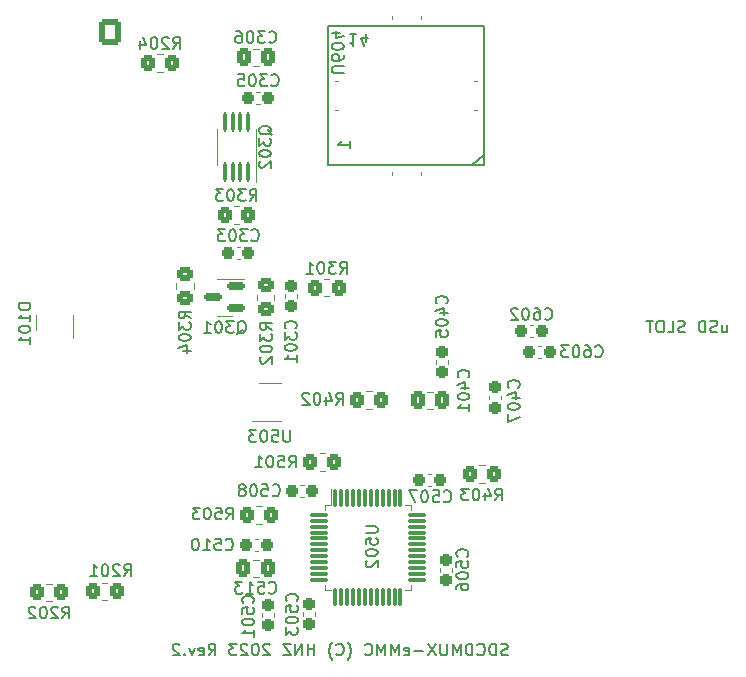
<source format=gbr>
%TF.GenerationSoftware,KiCad,Pcbnew,7.0.5*%
%TF.CreationDate,2023-07-09T17:38:26+09:00*%
%TF.ProjectId,sdcdmuxemmc,73646364-6d75-4786-956d-6d632e6b6963,rev?*%
%TF.SameCoordinates,Original*%
%TF.FileFunction,Legend,Bot*%
%TF.FilePolarity,Positive*%
%FSLAX46Y46*%
G04 Gerber Fmt 4.6, Leading zero omitted, Abs format (unit mm)*
G04 Created by KiCad (PCBNEW 7.0.5) date 2023-07-09 17:38:26*
%MOMM*%
%LPD*%
G01*
G04 APERTURE LIST*
G04 Aperture macros list*
%AMRoundRect*
0 Rectangle with rounded corners*
0 $1 Rounding radius*
0 $2 $3 $4 $5 $6 $7 $8 $9 X,Y pos of 4 corners*
0 Add a 4 corners polygon primitive as box body*
4,1,4,$2,$3,$4,$5,$6,$7,$8,$9,$2,$3,0*
0 Add four circle primitives for the rounded corners*
1,1,$1+$1,$2,$3*
1,1,$1+$1,$4,$5*
1,1,$1+$1,$6,$7*
1,1,$1+$1,$8,$9*
0 Add four rect primitives between the rounded corners*
20,1,$1+$1,$2,$3,$4,$5,0*
20,1,$1+$1,$4,$5,$6,$7,0*
20,1,$1+$1,$6,$7,$8,$9,0*
20,1,$1+$1,$8,$9,$2,$3,0*%
G04 Aperture macros list end*
%ADD10C,0.150000*%
%ADD11C,0.120000*%
%ADD12C,0.025400*%
%ADD13C,0.152400*%
%ADD14C,3.000000*%
%ADD15C,1.200000*%
%ADD16O,2.600000X1.500000*%
%ADD17RoundRect,0.250200X-0.649800X0.849800X-0.649800X-0.849800X0.649800X-0.849800X0.649800X0.849800X0*%
%ADD18O,1.800000X2.200000*%
%ADD19R,1.800000X1.800000*%
%ADD20C,1.800000*%
%ADD21RoundRect,0.250000X0.337500X0.475000X-0.337500X0.475000X-0.337500X-0.475000X0.337500X-0.475000X0*%
%ADD22RoundRect,0.250000X-0.350000X-0.450000X0.350000X-0.450000X0.350000X0.450000X-0.350000X0.450000X0*%
%ADD23RoundRect,0.250000X0.350000X0.450000X-0.350000X0.450000X-0.350000X-0.450000X0.350000X-0.450000X0*%
%ADD24RoundRect,0.237500X0.237500X-0.300000X0.237500X0.300000X-0.237500X0.300000X-0.237500X-0.300000X0*%
%ADD25RoundRect,0.150000X0.587500X0.150000X-0.587500X0.150000X-0.587500X-0.150000X0.587500X-0.150000X0*%
%ADD26RoundRect,0.237500X-0.300000X-0.237500X0.300000X-0.237500X0.300000X0.237500X-0.300000X0.237500X0*%
%ADD27RoundRect,0.250000X-0.450000X0.350000X-0.450000X-0.350000X0.450000X-0.350000X0.450000X0.350000X0*%
%ADD28RoundRect,0.237500X-0.237500X0.300000X-0.237500X-0.300000X0.237500X-0.300000X0.237500X0.300000X0*%
%ADD29R,1.560000X0.650000*%
%ADD30RoundRect,0.237500X0.300000X0.237500X-0.300000X0.237500X-0.300000X-0.237500X0.300000X-0.237500X0*%
%ADD31R,1.000000X0.700000*%
%ADD32R,0.600000X0.700000*%
%ADD33RoundRect,0.075000X-0.075000X0.662500X-0.075000X-0.662500X0.075000X-0.662500X0.075000X0.662500X0*%
%ADD34RoundRect,0.075000X-0.662500X0.075000X-0.662500X-0.075000X0.662500X-0.075000X0.662500X0.075000X0*%
%ADD35C,0.254000*%
%ADD36RoundRect,0.250000X0.450000X-0.350000X0.450000X0.350000X-0.450000X0.350000X-0.450000X-0.350000X0*%
%ADD37RoundRect,0.100000X0.100000X-0.712500X0.100000X0.712500X-0.100000X0.712500X-0.100000X-0.712500X0*%
G04 APERTURE END LIST*
D10*
X220988571Y-96838152D02*
X220988571Y-97504819D01*
X221417142Y-96838152D02*
X221417142Y-97361961D01*
X221417142Y-97361961D02*
X221369523Y-97457200D01*
X221369523Y-97457200D02*
X221274285Y-97504819D01*
X221274285Y-97504819D02*
X221131428Y-97504819D01*
X221131428Y-97504819D02*
X221036190Y-97457200D01*
X221036190Y-97457200D02*
X220988571Y-97409580D01*
X220559999Y-97457200D02*
X220417142Y-97504819D01*
X220417142Y-97504819D02*
X220179047Y-97504819D01*
X220179047Y-97504819D02*
X220083809Y-97457200D01*
X220083809Y-97457200D02*
X220036190Y-97409580D01*
X220036190Y-97409580D02*
X219988571Y-97314342D01*
X219988571Y-97314342D02*
X219988571Y-97219104D01*
X219988571Y-97219104D02*
X220036190Y-97123866D01*
X220036190Y-97123866D02*
X220083809Y-97076247D01*
X220083809Y-97076247D02*
X220179047Y-97028628D01*
X220179047Y-97028628D02*
X220369523Y-96981009D01*
X220369523Y-96981009D02*
X220464761Y-96933390D01*
X220464761Y-96933390D02*
X220512380Y-96885771D01*
X220512380Y-96885771D02*
X220559999Y-96790533D01*
X220559999Y-96790533D02*
X220559999Y-96695295D01*
X220559999Y-96695295D02*
X220512380Y-96600057D01*
X220512380Y-96600057D02*
X220464761Y-96552438D01*
X220464761Y-96552438D02*
X220369523Y-96504819D01*
X220369523Y-96504819D02*
X220131428Y-96504819D01*
X220131428Y-96504819D02*
X219988571Y-96552438D01*
X219559999Y-97504819D02*
X219559999Y-96504819D01*
X219559999Y-96504819D02*
X219321904Y-96504819D01*
X219321904Y-96504819D02*
X219179047Y-96552438D01*
X219179047Y-96552438D02*
X219083809Y-96647676D01*
X219083809Y-96647676D02*
X219036190Y-96742914D01*
X219036190Y-96742914D02*
X218988571Y-96933390D01*
X218988571Y-96933390D02*
X218988571Y-97076247D01*
X218988571Y-97076247D02*
X219036190Y-97266723D01*
X219036190Y-97266723D02*
X219083809Y-97361961D01*
X219083809Y-97361961D02*
X219179047Y-97457200D01*
X219179047Y-97457200D02*
X219321904Y-97504819D01*
X219321904Y-97504819D02*
X219559999Y-97504819D01*
X217845713Y-97457200D02*
X217702856Y-97504819D01*
X217702856Y-97504819D02*
X217464761Y-97504819D01*
X217464761Y-97504819D02*
X217369523Y-97457200D01*
X217369523Y-97457200D02*
X217321904Y-97409580D01*
X217321904Y-97409580D02*
X217274285Y-97314342D01*
X217274285Y-97314342D02*
X217274285Y-97219104D01*
X217274285Y-97219104D02*
X217321904Y-97123866D01*
X217321904Y-97123866D02*
X217369523Y-97076247D01*
X217369523Y-97076247D02*
X217464761Y-97028628D01*
X217464761Y-97028628D02*
X217655237Y-96981009D01*
X217655237Y-96981009D02*
X217750475Y-96933390D01*
X217750475Y-96933390D02*
X217798094Y-96885771D01*
X217798094Y-96885771D02*
X217845713Y-96790533D01*
X217845713Y-96790533D02*
X217845713Y-96695295D01*
X217845713Y-96695295D02*
X217798094Y-96600057D01*
X217798094Y-96600057D02*
X217750475Y-96552438D01*
X217750475Y-96552438D02*
X217655237Y-96504819D01*
X217655237Y-96504819D02*
X217417142Y-96504819D01*
X217417142Y-96504819D02*
X217274285Y-96552438D01*
X216369523Y-97504819D02*
X216845713Y-97504819D01*
X216845713Y-97504819D02*
X216845713Y-96504819D01*
X215845713Y-96504819D02*
X215655237Y-96504819D01*
X215655237Y-96504819D02*
X215559999Y-96552438D01*
X215559999Y-96552438D02*
X215464761Y-96647676D01*
X215464761Y-96647676D02*
X215417142Y-96838152D01*
X215417142Y-96838152D02*
X215417142Y-97171485D01*
X215417142Y-97171485D02*
X215464761Y-97361961D01*
X215464761Y-97361961D02*
X215559999Y-97457200D01*
X215559999Y-97457200D02*
X215655237Y-97504819D01*
X215655237Y-97504819D02*
X215845713Y-97504819D01*
X215845713Y-97504819D02*
X215940951Y-97457200D01*
X215940951Y-97457200D02*
X216036189Y-97361961D01*
X216036189Y-97361961D02*
X216083808Y-97171485D01*
X216083808Y-97171485D02*
X216083808Y-96838152D01*
X216083808Y-96838152D02*
X216036189Y-96647676D01*
X216036189Y-96647676D02*
X215940951Y-96552438D01*
X215940951Y-96552438D02*
X215845713Y-96504819D01*
X215131427Y-96504819D02*
X214559999Y-96504819D01*
X214845713Y-97504819D02*
X214845713Y-96504819D01*
X202840476Y-124807200D02*
X202697619Y-124854819D01*
X202697619Y-124854819D02*
X202459524Y-124854819D01*
X202459524Y-124854819D02*
X202364286Y-124807200D01*
X202364286Y-124807200D02*
X202316667Y-124759580D01*
X202316667Y-124759580D02*
X202269048Y-124664342D01*
X202269048Y-124664342D02*
X202269048Y-124569104D01*
X202269048Y-124569104D02*
X202316667Y-124473866D01*
X202316667Y-124473866D02*
X202364286Y-124426247D01*
X202364286Y-124426247D02*
X202459524Y-124378628D01*
X202459524Y-124378628D02*
X202650000Y-124331009D01*
X202650000Y-124331009D02*
X202745238Y-124283390D01*
X202745238Y-124283390D02*
X202792857Y-124235771D01*
X202792857Y-124235771D02*
X202840476Y-124140533D01*
X202840476Y-124140533D02*
X202840476Y-124045295D01*
X202840476Y-124045295D02*
X202792857Y-123950057D01*
X202792857Y-123950057D02*
X202745238Y-123902438D01*
X202745238Y-123902438D02*
X202650000Y-123854819D01*
X202650000Y-123854819D02*
X202411905Y-123854819D01*
X202411905Y-123854819D02*
X202269048Y-123902438D01*
X201840476Y-124854819D02*
X201840476Y-123854819D01*
X201840476Y-123854819D02*
X201602381Y-123854819D01*
X201602381Y-123854819D02*
X201459524Y-123902438D01*
X201459524Y-123902438D02*
X201364286Y-123997676D01*
X201364286Y-123997676D02*
X201316667Y-124092914D01*
X201316667Y-124092914D02*
X201269048Y-124283390D01*
X201269048Y-124283390D02*
X201269048Y-124426247D01*
X201269048Y-124426247D02*
X201316667Y-124616723D01*
X201316667Y-124616723D02*
X201364286Y-124711961D01*
X201364286Y-124711961D02*
X201459524Y-124807200D01*
X201459524Y-124807200D02*
X201602381Y-124854819D01*
X201602381Y-124854819D02*
X201840476Y-124854819D01*
X200269048Y-124759580D02*
X200316667Y-124807200D01*
X200316667Y-124807200D02*
X200459524Y-124854819D01*
X200459524Y-124854819D02*
X200554762Y-124854819D01*
X200554762Y-124854819D02*
X200697619Y-124807200D01*
X200697619Y-124807200D02*
X200792857Y-124711961D01*
X200792857Y-124711961D02*
X200840476Y-124616723D01*
X200840476Y-124616723D02*
X200888095Y-124426247D01*
X200888095Y-124426247D02*
X200888095Y-124283390D01*
X200888095Y-124283390D02*
X200840476Y-124092914D01*
X200840476Y-124092914D02*
X200792857Y-123997676D01*
X200792857Y-123997676D02*
X200697619Y-123902438D01*
X200697619Y-123902438D02*
X200554762Y-123854819D01*
X200554762Y-123854819D02*
X200459524Y-123854819D01*
X200459524Y-123854819D02*
X200316667Y-123902438D01*
X200316667Y-123902438D02*
X200269048Y-123950057D01*
X199840476Y-124854819D02*
X199840476Y-123854819D01*
X199840476Y-123854819D02*
X199602381Y-123854819D01*
X199602381Y-123854819D02*
X199459524Y-123902438D01*
X199459524Y-123902438D02*
X199364286Y-123997676D01*
X199364286Y-123997676D02*
X199316667Y-124092914D01*
X199316667Y-124092914D02*
X199269048Y-124283390D01*
X199269048Y-124283390D02*
X199269048Y-124426247D01*
X199269048Y-124426247D02*
X199316667Y-124616723D01*
X199316667Y-124616723D02*
X199364286Y-124711961D01*
X199364286Y-124711961D02*
X199459524Y-124807200D01*
X199459524Y-124807200D02*
X199602381Y-124854819D01*
X199602381Y-124854819D02*
X199840476Y-124854819D01*
X198840476Y-124854819D02*
X198840476Y-123854819D01*
X198840476Y-123854819D02*
X198507143Y-124569104D01*
X198507143Y-124569104D02*
X198173810Y-123854819D01*
X198173810Y-123854819D02*
X198173810Y-124854819D01*
X197697619Y-123854819D02*
X197697619Y-124664342D01*
X197697619Y-124664342D02*
X197650000Y-124759580D01*
X197650000Y-124759580D02*
X197602381Y-124807200D01*
X197602381Y-124807200D02*
X197507143Y-124854819D01*
X197507143Y-124854819D02*
X197316667Y-124854819D01*
X197316667Y-124854819D02*
X197221429Y-124807200D01*
X197221429Y-124807200D02*
X197173810Y-124759580D01*
X197173810Y-124759580D02*
X197126191Y-124664342D01*
X197126191Y-124664342D02*
X197126191Y-123854819D01*
X196745238Y-123854819D02*
X196078572Y-124854819D01*
X196078572Y-123854819D02*
X196745238Y-124854819D01*
X195697619Y-124473866D02*
X194935715Y-124473866D01*
X194078572Y-124807200D02*
X194173810Y-124854819D01*
X194173810Y-124854819D02*
X194364286Y-124854819D01*
X194364286Y-124854819D02*
X194459524Y-124807200D01*
X194459524Y-124807200D02*
X194507143Y-124711961D01*
X194507143Y-124711961D02*
X194507143Y-124331009D01*
X194507143Y-124331009D02*
X194459524Y-124235771D01*
X194459524Y-124235771D02*
X194364286Y-124188152D01*
X194364286Y-124188152D02*
X194173810Y-124188152D01*
X194173810Y-124188152D02*
X194078572Y-124235771D01*
X194078572Y-124235771D02*
X194030953Y-124331009D01*
X194030953Y-124331009D02*
X194030953Y-124426247D01*
X194030953Y-124426247D02*
X194507143Y-124521485D01*
X193602381Y-124854819D02*
X193602381Y-123854819D01*
X193602381Y-123854819D02*
X193269048Y-124569104D01*
X193269048Y-124569104D02*
X192935715Y-123854819D01*
X192935715Y-123854819D02*
X192935715Y-124854819D01*
X192459524Y-124854819D02*
X192459524Y-123854819D01*
X192459524Y-123854819D02*
X192126191Y-124569104D01*
X192126191Y-124569104D02*
X191792858Y-123854819D01*
X191792858Y-123854819D02*
X191792858Y-124854819D01*
X190745239Y-124759580D02*
X190792858Y-124807200D01*
X190792858Y-124807200D02*
X190935715Y-124854819D01*
X190935715Y-124854819D02*
X191030953Y-124854819D01*
X191030953Y-124854819D02*
X191173810Y-124807200D01*
X191173810Y-124807200D02*
X191269048Y-124711961D01*
X191269048Y-124711961D02*
X191316667Y-124616723D01*
X191316667Y-124616723D02*
X191364286Y-124426247D01*
X191364286Y-124426247D02*
X191364286Y-124283390D01*
X191364286Y-124283390D02*
X191316667Y-124092914D01*
X191316667Y-124092914D02*
X191269048Y-123997676D01*
X191269048Y-123997676D02*
X191173810Y-123902438D01*
X191173810Y-123902438D02*
X191030953Y-123854819D01*
X191030953Y-123854819D02*
X190935715Y-123854819D01*
X190935715Y-123854819D02*
X190792858Y-123902438D01*
X190792858Y-123902438D02*
X190745239Y-123950057D01*
X189269048Y-125235771D02*
X189316667Y-125188152D01*
X189316667Y-125188152D02*
X189411905Y-125045295D01*
X189411905Y-125045295D02*
X189459524Y-124950057D01*
X189459524Y-124950057D02*
X189507143Y-124807200D01*
X189507143Y-124807200D02*
X189554762Y-124569104D01*
X189554762Y-124569104D02*
X189554762Y-124378628D01*
X189554762Y-124378628D02*
X189507143Y-124140533D01*
X189507143Y-124140533D02*
X189459524Y-123997676D01*
X189459524Y-123997676D02*
X189411905Y-123902438D01*
X189411905Y-123902438D02*
X189316667Y-123759580D01*
X189316667Y-123759580D02*
X189269048Y-123711961D01*
X188316667Y-124759580D02*
X188364286Y-124807200D01*
X188364286Y-124807200D02*
X188507143Y-124854819D01*
X188507143Y-124854819D02*
X188602381Y-124854819D01*
X188602381Y-124854819D02*
X188745238Y-124807200D01*
X188745238Y-124807200D02*
X188840476Y-124711961D01*
X188840476Y-124711961D02*
X188888095Y-124616723D01*
X188888095Y-124616723D02*
X188935714Y-124426247D01*
X188935714Y-124426247D02*
X188935714Y-124283390D01*
X188935714Y-124283390D02*
X188888095Y-124092914D01*
X188888095Y-124092914D02*
X188840476Y-123997676D01*
X188840476Y-123997676D02*
X188745238Y-123902438D01*
X188745238Y-123902438D02*
X188602381Y-123854819D01*
X188602381Y-123854819D02*
X188507143Y-123854819D01*
X188507143Y-123854819D02*
X188364286Y-123902438D01*
X188364286Y-123902438D02*
X188316667Y-123950057D01*
X187983333Y-125235771D02*
X187935714Y-125188152D01*
X187935714Y-125188152D02*
X187840476Y-125045295D01*
X187840476Y-125045295D02*
X187792857Y-124950057D01*
X187792857Y-124950057D02*
X187745238Y-124807200D01*
X187745238Y-124807200D02*
X187697619Y-124569104D01*
X187697619Y-124569104D02*
X187697619Y-124378628D01*
X187697619Y-124378628D02*
X187745238Y-124140533D01*
X187745238Y-124140533D02*
X187792857Y-123997676D01*
X187792857Y-123997676D02*
X187840476Y-123902438D01*
X187840476Y-123902438D02*
X187935714Y-123759580D01*
X187935714Y-123759580D02*
X187983333Y-123711961D01*
X186459523Y-124854819D02*
X186459523Y-123854819D01*
X186459523Y-124331009D02*
X185888095Y-124331009D01*
X185888095Y-124854819D02*
X185888095Y-123854819D01*
X185411904Y-124854819D02*
X185411904Y-123854819D01*
X185411904Y-123854819D02*
X184840476Y-124854819D01*
X184840476Y-124854819D02*
X184840476Y-123854819D01*
X184459523Y-123854819D02*
X183792857Y-123854819D01*
X183792857Y-123854819D02*
X184459523Y-124854819D01*
X184459523Y-124854819D02*
X183792857Y-124854819D01*
X182697618Y-123950057D02*
X182649999Y-123902438D01*
X182649999Y-123902438D02*
X182554761Y-123854819D01*
X182554761Y-123854819D02*
X182316666Y-123854819D01*
X182316666Y-123854819D02*
X182221428Y-123902438D01*
X182221428Y-123902438D02*
X182173809Y-123950057D01*
X182173809Y-123950057D02*
X182126190Y-124045295D01*
X182126190Y-124045295D02*
X182126190Y-124140533D01*
X182126190Y-124140533D02*
X182173809Y-124283390D01*
X182173809Y-124283390D02*
X182745237Y-124854819D01*
X182745237Y-124854819D02*
X182126190Y-124854819D01*
X181507142Y-123854819D02*
X181411904Y-123854819D01*
X181411904Y-123854819D02*
X181316666Y-123902438D01*
X181316666Y-123902438D02*
X181269047Y-123950057D01*
X181269047Y-123950057D02*
X181221428Y-124045295D01*
X181221428Y-124045295D02*
X181173809Y-124235771D01*
X181173809Y-124235771D02*
X181173809Y-124473866D01*
X181173809Y-124473866D02*
X181221428Y-124664342D01*
X181221428Y-124664342D02*
X181269047Y-124759580D01*
X181269047Y-124759580D02*
X181316666Y-124807200D01*
X181316666Y-124807200D02*
X181411904Y-124854819D01*
X181411904Y-124854819D02*
X181507142Y-124854819D01*
X181507142Y-124854819D02*
X181602380Y-124807200D01*
X181602380Y-124807200D02*
X181649999Y-124759580D01*
X181649999Y-124759580D02*
X181697618Y-124664342D01*
X181697618Y-124664342D02*
X181745237Y-124473866D01*
X181745237Y-124473866D02*
X181745237Y-124235771D01*
X181745237Y-124235771D02*
X181697618Y-124045295D01*
X181697618Y-124045295D02*
X181649999Y-123950057D01*
X181649999Y-123950057D02*
X181602380Y-123902438D01*
X181602380Y-123902438D02*
X181507142Y-123854819D01*
X180792856Y-123950057D02*
X180745237Y-123902438D01*
X180745237Y-123902438D02*
X180649999Y-123854819D01*
X180649999Y-123854819D02*
X180411904Y-123854819D01*
X180411904Y-123854819D02*
X180316666Y-123902438D01*
X180316666Y-123902438D02*
X180269047Y-123950057D01*
X180269047Y-123950057D02*
X180221428Y-124045295D01*
X180221428Y-124045295D02*
X180221428Y-124140533D01*
X180221428Y-124140533D02*
X180269047Y-124283390D01*
X180269047Y-124283390D02*
X180840475Y-124854819D01*
X180840475Y-124854819D02*
X180221428Y-124854819D01*
X179888094Y-123854819D02*
X179269047Y-123854819D01*
X179269047Y-123854819D02*
X179602380Y-124235771D01*
X179602380Y-124235771D02*
X179459523Y-124235771D01*
X179459523Y-124235771D02*
X179364285Y-124283390D01*
X179364285Y-124283390D02*
X179316666Y-124331009D01*
X179316666Y-124331009D02*
X179269047Y-124426247D01*
X179269047Y-124426247D02*
X179269047Y-124664342D01*
X179269047Y-124664342D02*
X179316666Y-124759580D01*
X179316666Y-124759580D02*
X179364285Y-124807200D01*
X179364285Y-124807200D02*
X179459523Y-124854819D01*
X179459523Y-124854819D02*
X179745237Y-124854819D01*
X179745237Y-124854819D02*
X179840475Y-124807200D01*
X179840475Y-124807200D02*
X179888094Y-124759580D01*
X177507142Y-124854819D02*
X177840475Y-124378628D01*
X178078570Y-124854819D02*
X178078570Y-123854819D01*
X178078570Y-123854819D02*
X177697618Y-123854819D01*
X177697618Y-123854819D02*
X177602380Y-123902438D01*
X177602380Y-123902438D02*
X177554761Y-123950057D01*
X177554761Y-123950057D02*
X177507142Y-124045295D01*
X177507142Y-124045295D02*
X177507142Y-124188152D01*
X177507142Y-124188152D02*
X177554761Y-124283390D01*
X177554761Y-124283390D02*
X177602380Y-124331009D01*
X177602380Y-124331009D02*
X177697618Y-124378628D01*
X177697618Y-124378628D02*
X178078570Y-124378628D01*
X176697618Y-124807200D02*
X176792856Y-124854819D01*
X176792856Y-124854819D02*
X176983332Y-124854819D01*
X176983332Y-124854819D02*
X177078570Y-124807200D01*
X177078570Y-124807200D02*
X177126189Y-124711961D01*
X177126189Y-124711961D02*
X177126189Y-124331009D01*
X177126189Y-124331009D02*
X177078570Y-124235771D01*
X177078570Y-124235771D02*
X176983332Y-124188152D01*
X176983332Y-124188152D02*
X176792856Y-124188152D01*
X176792856Y-124188152D02*
X176697618Y-124235771D01*
X176697618Y-124235771D02*
X176649999Y-124331009D01*
X176649999Y-124331009D02*
X176649999Y-124426247D01*
X176649999Y-124426247D02*
X177126189Y-124521485D01*
X176316665Y-124188152D02*
X176078570Y-124854819D01*
X176078570Y-124854819D02*
X175840475Y-124188152D01*
X175459522Y-124759580D02*
X175411903Y-124807200D01*
X175411903Y-124807200D02*
X175459522Y-124854819D01*
X175459522Y-124854819D02*
X175507141Y-124807200D01*
X175507141Y-124807200D02*
X175459522Y-124759580D01*
X175459522Y-124759580D02*
X175459522Y-124854819D01*
X175030951Y-123950057D02*
X174983332Y-123902438D01*
X174983332Y-123902438D02*
X174888094Y-123854819D01*
X174888094Y-123854819D02*
X174649999Y-123854819D01*
X174649999Y-123854819D02*
X174554761Y-123902438D01*
X174554761Y-123902438D02*
X174507142Y-123950057D01*
X174507142Y-123950057D02*
X174459523Y-124045295D01*
X174459523Y-124045295D02*
X174459523Y-124140533D01*
X174459523Y-124140533D02*
X174507142Y-124283390D01*
X174507142Y-124283390D02*
X175078570Y-124854819D01*
X175078570Y-124854819D02*
X174459523Y-124854819D01*
X189454819Y-81885714D02*
X189454819Y-81314286D01*
X189454819Y-81600000D02*
X188454819Y-81600000D01*
X188454819Y-81600000D02*
X188597676Y-81504762D01*
X188597676Y-81504762D02*
X188692914Y-81409524D01*
X188692914Y-81409524D02*
X188740533Y-81314286D01*
%TO.C,C401*%
X199489580Y-101310952D02*
X199537200Y-101263333D01*
X199537200Y-101263333D02*
X199584819Y-101120476D01*
X199584819Y-101120476D02*
X199584819Y-101025238D01*
X199584819Y-101025238D02*
X199537200Y-100882381D01*
X199537200Y-100882381D02*
X199441961Y-100787143D01*
X199441961Y-100787143D02*
X199346723Y-100739524D01*
X199346723Y-100739524D02*
X199156247Y-100691905D01*
X199156247Y-100691905D02*
X199013390Y-100691905D01*
X199013390Y-100691905D02*
X198822914Y-100739524D01*
X198822914Y-100739524D02*
X198727676Y-100787143D01*
X198727676Y-100787143D02*
X198632438Y-100882381D01*
X198632438Y-100882381D02*
X198584819Y-101025238D01*
X198584819Y-101025238D02*
X198584819Y-101120476D01*
X198584819Y-101120476D02*
X198632438Y-101263333D01*
X198632438Y-101263333D02*
X198680057Y-101310952D01*
X198918152Y-102168095D02*
X199584819Y-102168095D01*
X198537200Y-101930000D02*
X199251485Y-101691905D01*
X199251485Y-101691905D02*
X199251485Y-102310952D01*
X198584819Y-102882381D02*
X198584819Y-102977619D01*
X198584819Y-102977619D02*
X198632438Y-103072857D01*
X198632438Y-103072857D02*
X198680057Y-103120476D01*
X198680057Y-103120476D02*
X198775295Y-103168095D01*
X198775295Y-103168095D02*
X198965771Y-103215714D01*
X198965771Y-103215714D02*
X199203866Y-103215714D01*
X199203866Y-103215714D02*
X199394342Y-103168095D01*
X199394342Y-103168095D02*
X199489580Y-103120476D01*
X199489580Y-103120476D02*
X199537200Y-103072857D01*
X199537200Y-103072857D02*
X199584819Y-102977619D01*
X199584819Y-102977619D02*
X199584819Y-102882381D01*
X199584819Y-102882381D02*
X199537200Y-102787143D01*
X199537200Y-102787143D02*
X199489580Y-102739524D01*
X199489580Y-102739524D02*
X199394342Y-102691905D01*
X199394342Y-102691905D02*
X199203866Y-102644286D01*
X199203866Y-102644286D02*
X198965771Y-102644286D01*
X198965771Y-102644286D02*
X198775295Y-102691905D01*
X198775295Y-102691905D02*
X198680057Y-102739524D01*
X198680057Y-102739524D02*
X198632438Y-102787143D01*
X198632438Y-102787143D02*
X198584819Y-102882381D01*
X199584819Y-104168095D02*
X199584819Y-103596667D01*
X199584819Y-103882381D02*
X198584819Y-103882381D01*
X198584819Y-103882381D02*
X198727676Y-103787143D01*
X198727676Y-103787143D02*
X198822914Y-103691905D01*
X198822914Y-103691905D02*
X198870533Y-103596667D01*
%TO.C,R503*%
X179009047Y-113334819D02*
X179342380Y-112858628D01*
X179580475Y-113334819D02*
X179580475Y-112334819D01*
X179580475Y-112334819D02*
X179199523Y-112334819D01*
X179199523Y-112334819D02*
X179104285Y-112382438D01*
X179104285Y-112382438D02*
X179056666Y-112430057D01*
X179056666Y-112430057D02*
X179009047Y-112525295D01*
X179009047Y-112525295D02*
X179009047Y-112668152D01*
X179009047Y-112668152D02*
X179056666Y-112763390D01*
X179056666Y-112763390D02*
X179104285Y-112811009D01*
X179104285Y-112811009D02*
X179199523Y-112858628D01*
X179199523Y-112858628D02*
X179580475Y-112858628D01*
X178104285Y-112334819D02*
X178580475Y-112334819D01*
X178580475Y-112334819D02*
X178628094Y-112811009D01*
X178628094Y-112811009D02*
X178580475Y-112763390D01*
X178580475Y-112763390D02*
X178485237Y-112715771D01*
X178485237Y-112715771D02*
X178247142Y-112715771D01*
X178247142Y-112715771D02*
X178151904Y-112763390D01*
X178151904Y-112763390D02*
X178104285Y-112811009D01*
X178104285Y-112811009D02*
X178056666Y-112906247D01*
X178056666Y-112906247D02*
X178056666Y-113144342D01*
X178056666Y-113144342D02*
X178104285Y-113239580D01*
X178104285Y-113239580D02*
X178151904Y-113287200D01*
X178151904Y-113287200D02*
X178247142Y-113334819D01*
X178247142Y-113334819D02*
X178485237Y-113334819D01*
X178485237Y-113334819D02*
X178580475Y-113287200D01*
X178580475Y-113287200D02*
X178628094Y-113239580D01*
X177437618Y-112334819D02*
X177342380Y-112334819D01*
X177342380Y-112334819D02*
X177247142Y-112382438D01*
X177247142Y-112382438D02*
X177199523Y-112430057D01*
X177199523Y-112430057D02*
X177151904Y-112525295D01*
X177151904Y-112525295D02*
X177104285Y-112715771D01*
X177104285Y-112715771D02*
X177104285Y-112953866D01*
X177104285Y-112953866D02*
X177151904Y-113144342D01*
X177151904Y-113144342D02*
X177199523Y-113239580D01*
X177199523Y-113239580D02*
X177247142Y-113287200D01*
X177247142Y-113287200D02*
X177342380Y-113334819D01*
X177342380Y-113334819D02*
X177437618Y-113334819D01*
X177437618Y-113334819D02*
X177532856Y-113287200D01*
X177532856Y-113287200D02*
X177580475Y-113239580D01*
X177580475Y-113239580D02*
X177628094Y-113144342D01*
X177628094Y-113144342D02*
X177675713Y-112953866D01*
X177675713Y-112953866D02*
X177675713Y-112715771D01*
X177675713Y-112715771D02*
X177628094Y-112525295D01*
X177628094Y-112525295D02*
X177580475Y-112430057D01*
X177580475Y-112430057D02*
X177532856Y-112382438D01*
X177532856Y-112382438D02*
X177437618Y-112334819D01*
X176770951Y-112334819D02*
X176151904Y-112334819D01*
X176151904Y-112334819D02*
X176485237Y-112715771D01*
X176485237Y-112715771D02*
X176342380Y-112715771D01*
X176342380Y-112715771D02*
X176247142Y-112763390D01*
X176247142Y-112763390D02*
X176199523Y-112811009D01*
X176199523Y-112811009D02*
X176151904Y-112906247D01*
X176151904Y-112906247D02*
X176151904Y-113144342D01*
X176151904Y-113144342D02*
X176199523Y-113239580D01*
X176199523Y-113239580D02*
X176247142Y-113287200D01*
X176247142Y-113287200D02*
X176342380Y-113334819D01*
X176342380Y-113334819D02*
X176628094Y-113334819D01*
X176628094Y-113334819D02*
X176723332Y-113287200D01*
X176723332Y-113287200D02*
X176770951Y-113239580D01*
%TO.C,R403*%
X201769047Y-111724819D02*
X202102380Y-111248628D01*
X202340475Y-111724819D02*
X202340475Y-110724819D01*
X202340475Y-110724819D02*
X201959523Y-110724819D01*
X201959523Y-110724819D02*
X201864285Y-110772438D01*
X201864285Y-110772438D02*
X201816666Y-110820057D01*
X201816666Y-110820057D02*
X201769047Y-110915295D01*
X201769047Y-110915295D02*
X201769047Y-111058152D01*
X201769047Y-111058152D02*
X201816666Y-111153390D01*
X201816666Y-111153390D02*
X201864285Y-111201009D01*
X201864285Y-111201009D02*
X201959523Y-111248628D01*
X201959523Y-111248628D02*
X202340475Y-111248628D01*
X200911904Y-111058152D02*
X200911904Y-111724819D01*
X201149999Y-110677200D02*
X201388094Y-111391485D01*
X201388094Y-111391485D02*
X200769047Y-111391485D01*
X200197618Y-110724819D02*
X200102380Y-110724819D01*
X200102380Y-110724819D02*
X200007142Y-110772438D01*
X200007142Y-110772438D02*
X199959523Y-110820057D01*
X199959523Y-110820057D02*
X199911904Y-110915295D01*
X199911904Y-110915295D02*
X199864285Y-111105771D01*
X199864285Y-111105771D02*
X199864285Y-111343866D01*
X199864285Y-111343866D02*
X199911904Y-111534342D01*
X199911904Y-111534342D02*
X199959523Y-111629580D01*
X199959523Y-111629580D02*
X200007142Y-111677200D01*
X200007142Y-111677200D02*
X200102380Y-111724819D01*
X200102380Y-111724819D02*
X200197618Y-111724819D01*
X200197618Y-111724819D02*
X200292856Y-111677200D01*
X200292856Y-111677200D02*
X200340475Y-111629580D01*
X200340475Y-111629580D02*
X200388094Y-111534342D01*
X200388094Y-111534342D02*
X200435713Y-111343866D01*
X200435713Y-111343866D02*
X200435713Y-111105771D01*
X200435713Y-111105771D02*
X200388094Y-110915295D01*
X200388094Y-110915295D02*
X200340475Y-110820057D01*
X200340475Y-110820057D02*
X200292856Y-110772438D01*
X200292856Y-110772438D02*
X200197618Y-110724819D01*
X199530951Y-110724819D02*
X198911904Y-110724819D01*
X198911904Y-110724819D02*
X199245237Y-111105771D01*
X199245237Y-111105771D02*
X199102380Y-111105771D01*
X199102380Y-111105771D02*
X199007142Y-111153390D01*
X199007142Y-111153390D02*
X198959523Y-111201009D01*
X198959523Y-111201009D02*
X198911904Y-111296247D01*
X198911904Y-111296247D02*
X198911904Y-111534342D01*
X198911904Y-111534342D02*
X198959523Y-111629580D01*
X198959523Y-111629580D02*
X199007142Y-111677200D01*
X199007142Y-111677200D02*
X199102380Y-111724819D01*
X199102380Y-111724819D02*
X199388094Y-111724819D01*
X199388094Y-111724819D02*
X199483332Y-111677200D01*
X199483332Y-111677200D02*
X199530951Y-111629580D01*
%TO.C,C506*%
X199399580Y-116480952D02*
X199447200Y-116433333D01*
X199447200Y-116433333D02*
X199494819Y-116290476D01*
X199494819Y-116290476D02*
X199494819Y-116195238D01*
X199494819Y-116195238D02*
X199447200Y-116052381D01*
X199447200Y-116052381D02*
X199351961Y-115957143D01*
X199351961Y-115957143D02*
X199256723Y-115909524D01*
X199256723Y-115909524D02*
X199066247Y-115861905D01*
X199066247Y-115861905D02*
X198923390Y-115861905D01*
X198923390Y-115861905D02*
X198732914Y-115909524D01*
X198732914Y-115909524D02*
X198637676Y-115957143D01*
X198637676Y-115957143D02*
X198542438Y-116052381D01*
X198542438Y-116052381D02*
X198494819Y-116195238D01*
X198494819Y-116195238D02*
X198494819Y-116290476D01*
X198494819Y-116290476D02*
X198542438Y-116433333D01*
X198542438Y-116433333D02*
X198590057Y-116480952D01*
X198494819Y-117385714D02*
X198494819Y-116909524D01*
X198494819Y-116909524D02*
X198971009Y-116861905D01*
X198971009Y-116861905D02*
X198923390Y-116909524D01*
X198923390Y-116909524D02*
X198875771Y-117004762D01*
X198875771Y-117004762D02*
X198875771Y-117242857D01*
X198875771Y-117242857D02*
X198923390Y-117338095D01*
X198923390Y-117338095D02*
X198971009Y-117385714D01*
X198971009Y-117385714D02*
X199066247Y-117433333D01*
X199066247Y-117433333D02*
X199304342Y-117433333D01*
X199304342Y-117433333D02*
X199399580Y-117385714D01*
X199399580Y-117385714D02*
X199447200Y-117338095D01*
X199447200Y-117338095D02*
X199494819Y-117242857D01*
X199494819Y-117242857D02*
X199494819Y-117004762D01*
X199494819Y-117004762D02*
X199447200Y-116909524D01*
X199447200Y-116909524D02*
X199399580Y-116861905D01*
X198494819Y-118052381D02*
X198494819Y-118147619D01*
X198494819Y-118147619D02*
X198542438Y-118242857D01*
X198542438Y-118242857D02*
X198590057Y-118290476D01*
X198590057Y-118290476D02*
X198685295Y-118338095D01*
X198685295Y-118338095D02*
X198875771Y-118385714D01*
X198875771Y-118385714D02*
X199113866Y-118385714D01*
X199113866Y-118385714D02*
X199304342Y-118338095D01*
X199304342Y-118338095D02*
X199399580Y-118290476D01*
X199399580Y-118290476D02*
X199447200Y-118242857D01*
X199447200Y-118242857D02*
X199494819Y-118147619D01*
X199494819Y-118147619D02*
X199494819Y-118052381D01*
X199494819Y-118052381D02*
X199447200Y-117957143D01*
X199447200Y-117957143D02*
X199399580Y-117909524D01*
X199399580Y-117909524D02*
X199304342Y-117861905D01*
X199304342Y-117861905D02*
X199113866Y-117814286D01*
X199113866Y-117814286D02*
X198875771Y-117814286D01*
X198875771Y-117814286D02*
X198685295Y-117861905D01*
X198685295Y-117861905D02*
X198590057Y-117909524D01*
X198590057Y-117909524D02*
X198542438Y-117957143D01*
X198542438Y-117957143D02*
X198494819Y-118052381D01*
X198494819Y-119242857D02*
X198494819Y-119052381D01*
X198494819Y-119052381D02*
X198542438Y-118957143D01*
X198542438Y-118957143D02*
X198590057Y-118909524D01*
X198590057Y-118909524D02*
X198732914Y-118814286D01*
X198732914Y-118814286D02*
X198923390Y-118766667D01*
X198923390Y-118766667D02*
X199304342Y-118766667D01*
X199304342Y-118766667D02*
X199399580Y-118814286D01*
X199399580Y-118814286D02*
X199447200Y-118861905D01*
X199447200Y-118861905D02*
X199494819Y-118957143D01*
X199494819Y-118957143D02*
X199494819Y-119147619D01*
X199494819Y-119147619D02*
X199447200Y-119242857D01*
X199447200Y-119242857D02*
X199399580Y-119290476D01*
X199399580Y-119290476D02*
X199304342Y-119338095D01*
X199304342Y-119338095D02*
X199066247Y-119338095D01*
X199066247Y-119338095D02*
X198971009Y-119290476D01*
X198971009Y-119290476D02*
X198923390Y-119242857D01*
X198923390Y-119242857D02*
X198875771Y-119147619D01*
X198875771Y-119147619D02*
X198875771Y-118957143D01*
X198875771Y-118957143D02*
X198923390Y-118861905D01*
X198923390Y-118861905D02*
X198971009Y-118814286D01*
X198971009Y-118814286D02*
X199066247Y-118766667D01*
%TO.C,Q301*%
X179917619Y-97640057D02*
X180012857Y-97592438D01*
X180012857Y-97592438D02*
X180108095Y-97497200D01*
X180108095Y-97497200D02*
X180250952Y-97354342D01*
X180250952Y-97354342D02*
X180346190Y-97306723D01*
X180346190Y-97306723D02*
X180441428Y-97306723D01*
X180393809Y-97544819D02*
X180489047Y-97497200D01*
X180489047Y-97497200D02*
X180584285Y-97401961D01*
X180584285Y-97401961D02*
X180631904Y-97211485D01*
X180631904Y-97211485D02*
X180631904Y-96878152D01*
X180631904Y-96878152D02*
X180584285Y-96687676D01*
X180584285Y-96687676D02*
X180489047Y-96592438D01*
X180489047Y-96592438D02*
X180393809Y-96544819D01*
X180393809Y-96544819D02*
X180203333Y-96544819D01*
X180203333Y-96544819D02*
X180108095Y-96592438D01*
X180108095Y-96592438D02*
X180012857Y-96687676D01*
X180012857Y-96687676D02*
X179965238Y-96878152D01*
X179965238Y-96878152D02*
X179965238Y-97211485D01*
X179965238Y-97211485D02*
X180012857Y-97401961D01*
X180012857Y-97401961D02*
X180108095Y-97497200D01*
X180108095Y-97497200D02*
X180203333Y-97544819D01*
X180203333Y-97544819D02*
X180393809Y-97544819D01*
X179631904Y-96544819D02*
X179012857Y-96544819D01*
X179012857Y-96544819D02*
X179346190Y-96925771D01*
X179346190Y-96925771D02*
X179203333Y-96925771D01*
X179203333Y-96925771D02*
X179108095Y-96973390D01*
X179108095Y-96973390D02*
X179060476Y-97021009D01*
X179060476Y-97021009D02*
X179012857Y-97116247D01*
X179012857Y-97116247D02*
X179012857Y-97354342D01*
X179012857Y-97354342D02*
X179060476Y-97449580D01*
X179060476Y-97449580D02*
X179108095Y-97497200D01*
X179108095Y-97497200D02*
X179203333Y-97544819D01*
X179203333Y-97544819D02*
X179489047Y-97544819D01*
X179489047Y-97544819D02*
X179584285Y-97497200D01*
X179584285Y-97497200D02*
X179631904Y-97449580D01*
X178393809Y-96544819D02*
X178298571Y-96544819D01*
X178298571Y-96544819D02*
X178203333Y-96592438D01*
X178203333Y-96592438D02*
X178155714Y-96640057D01*
X178155714Y-96640057D02*
X178108095Y-96735295D01*
X178108095Y-96735295D02*
X178060476Y-96925771D01*
X178060476Y-96925771D02*
X178060476Y-97163866D01*
X178060476Y-97163866D02*
X178108095Y-97354342D01*
X178108095Y-97354342D02*
X178155714Y-97449580D01*
X178155714Y-97449580D02*
X178203333Y-97497200D01*
X178203333Y-97497200D02*
X178298571Y-97544819D01*
X178298571Y-97544819D02*
X178393809Y-97544819D01*
X178393809Y-97544819D02*
X178489047Y-97497200D01*
X178489047Y-97497200D02*
X178536666Y-97449580D01*
X178536666Y-97449580D02*
X178584285Y-97354342D01*
X178584285Y-97354342D02*
X178631904Y-97163866D01*
X178631904Y-97163866D02*
X178631904Y-96925771D01*
X178631904Y-96925771D02*
X178584285Y-96735295D01*
X178584285Y-96735295D02*
X178536666Y-96640057D01*
X178536666Y-96640057D02*
X178489047Y-96592438D01*
X178489047Y-96592438D02*
X178393809Y-96544819D01*
X177108095Y-97544819D02*
X177679523Y-97544819D01*
X177393809Y-97544819D02*
X177393809Y-96544819D01*
X177393809Y-96544819D02*
X177489047Y-96687676D01*
X177489047Y-96687676D02*
X177584285Y-96782914D01*
X177584285Y-96782914D02*
X177679523Y-96830533D01*
%TO.C,R402*%
X188299047Y-103614819D02*
X188632380Y-103138628D01*
X188870475Y-103614819D02*
X188870475Y-102614819D01*
X188870475Y-102614819D02*
X188489523Y-102614819D01*
X188489523Y-102614819D02*
X188394285Y-102662438D01*
X188394285Y-102662438D02*
X188346666Y-102710057D01*
X188346666Y-102710057D02*
X188299047Y-102805295D01*
X188299047Y-102805295D02*
X188299047Y-102948152D01*
X188299047Y-102948152D02*
X188346666Y-103043390D01*
X188346666Y-103043390D02*
X188394285Y-103091009D01*
X188394285Y-103091009D02*
X188489523Y-103138628D01*
X188489523Y-103138628D02*
X188870475Y-103138628D01*
X187441904Y-102948152D02*
X187441904Y-103614819D01*
X187679999Y-102567200D02*
X187918094Y-103281485D01*
X187918094Y-103281485D02*
X187299047Y-103281485D01*
X186727618Y-102614819D02*
X186632380Y-102614819D01*
X186632380Y-102614819D02*
X186537142Y-102662438D01*
X186537142Y-102662438D02*
X186489523Y-102710057D01*
X186489523Y-102710057D02*
X186441904Y-102805295D01*
X186441904Y-102805295D02*
X186394285Y-102995771D01*
X186394285Y-102995771D02*
X186394285Y-103233866D01*
X186394285Y-103233866D02*
X186441904Y-103424342D01*
X186441904Y-103424342D02*
X186489523Y-103519580D01*
X186489523Y-103519580D02*
X186537142Y-103567200D01*
X186537142Y-103567200D02*
X186632380Y-103614819D01*
X186632380Y-103614819D02*
X186727618Y-103614819D01*
X186727618Y-103614819D02*
X186822856Y-103567200D01*
X186822856Y-103567200D02*
X186870475Y-103519580D01*
X186870475Y-103519580D02*
X186918094Y-103424342D01*
X186918094Y-103424342D02*
X186965713Y-103233866D01*
X186965713Y-103233866D02*
X186965713Y-102995771D01*
X186965713Y-102995771D02*
X186918094Y-102805295D01*
X186918094Y-102805295D02*
X186870475Y-102710057D01*
X186870475Y-102710057D02*
X186822856Y-102662438D01*
X186822856Y-102662438D02*
X186727618Y-102614819D01*
X186013332Y-102710057D02*
X185965713Y-102662438D01*
X185965713Y-102662438D02*
X185870475Y-102614819D01*
X185870475Y-102614819D02*
X185632380Y-102614819D01*
X185632380Y-102614819D02*
X185537142Y-102662438D01*
X185537142Y-102662438D02*
X185489523Y-102710057D01*
X185489523Y-102710057D02*
X185441904Y-102805295D01*
X185441904Y-102805295D02*
X185441904Y-102900533D01*
X185441904Y-102900533D02*
X185489523Y-103043390D01*
X185489523Y-103043390D02*
X186060951Y-103614819D01*
X186060951Y-103614819D02*
X185441904Y-103614819D01*
%TO.C,C508*%
X182919047Y-111269580D02*
X182966666Y-111317200D01*
X182966666Y-111317200D02*
X183109523Y-111364819D01*
X183109523Y-111364819D02*
X183204761Y-111364819D01*
X183204761Y-111364819D02*
X183347618Y-111317200D01*
X183347618Y-111317200D02*
X183442856Y-111221961D01*
X183442856Y-111221961D02*
X183490475Y-111126723D01*
X183490475Y-111126723D02*
X183538094Y-110936247D01*
X183538094Y-110936247D02*
X183538094Y-110793390D01*
X183538094Y-110793390D02*
X183490475Y-110602914D01*
X183490475Y-110602914D02*
X183442856Y-110507676D01*
X183442856Y-110507676D02*
X183347618Y-110412438D01*
X183347618Y-110412438D02*
X183204761Y-110364819D01*
X183204761Y-110364819D02*
X183109523Y-110364819D01*
X183109523Y-110364819D02*
X182966666Y-110412438D01*
X182966666Y-110412438D02*
X182919047Y-110460057D01*
X182014285Y-110364819D02*
X182490475Y-110364819D01*
X182490475Y-110364819D02*
X182538094Y-110841009D01*
X182538094Y-110841009D02*
X182490475Y-110793390D01*
X182490475Y-110793390D02*
X182395237Y-110745771D01*
X182395237Y-110745771D02*
X182157142Y-110745771D01*
X182157142Y-110745771D02*
X182061904Y-110793390D01*
X182061904Y-110793390D02*
X182014285Y-110841009D01*
X182014285Y-110841009D02*
X181966666Y-110936247D01*
X181966666Y-110936247D02*
X181966666Y-111174342D01*
X181966666Y-111174342D02*
X182014285Y-111269580D01*
X182014285Y-111269580D02*
X182061904Y-111317200D01*
X182061904Y-111317200D02*
X182157142Y-111364819D01*
X182157142Y-111364819D02*
X182395237Y-111364819D01*
X182395237Y-111364819D02*
X182490475Y-111317200D01*
X182490475Y-111317200D02*
X182538094Y-111269580D01*
X181347618Y-110364819D02*
X181252380Y-110364819D01*
X181252380Y-110364819D02*
X181157142Y-110412438D01*
X181157142Y-110412438D02*
X181109523Y-110460057D01*
X181109523Y-110460057D02*
X181061904Y-110555295D01*
X181061904Y-110555295D02*
X181014285Y-110745771D01*
X181014285Y-110745771D02*
X181014285Y-110983866D01*
X181014285Y-110983866D02*
X181061904Y-111174342D01*
X181061904Y-111174342D02*
X181109523Y-111269580D01*
X181109523Y-111269580D02*
X181157142Y-111317200D01*
X181157142Y-111317200D02*
X181252380Y-111364819D01*
X181252380Y-111364819D02*
X181347618Y-111364819D01*
X181347618Y-111364819D02*
X181442856Y-111317200D01*
X181442856Y-111317200D02*
X181490475Y-111269580D01*
X181490475Y-111269580D02*
X181538094Y-111174342D01*
X181538094Y-111174342D02*
X181585713Y-110983866D01*
X181585713Y-110983866D02*
X181585713Y-110745771D01*
X181585713Y-110745771D02*
X181538094Y-110555295D01*
X181538094Y-110555295D02*
X181490475Y-110460057D01*
X181490475Y-110460057D02*
X181442856Y-110412438D01*
X181442856Y-110412438D02*
X181347618Y-110364819D01*
X180442856Y-110793390D02*
X180538094Y-110745771D01*
X180538094Y-110745771D02*
X180585713Y-110698152D01*
X180585713Y-110698152D02*
X180633332Y-110602914D01*
X180633332Y-110602914D02*
X180633332Y-110555295D01*
X180633332Y-110555295D02*
X180585713Y-110460057D01*
X180585713Y-110460057D02*
X180538094Y-110412438D01*
X180538094Y-110412438D02*
X180442856Y-110364819D01*
X180442856Y-110364819D02*
X180252380Y-110364819D01*
X180252380Y-110364819D02*
X180157142Y-110412438D01*
X180157142Y-110412438D02*
X180109523Y-110460057D01*
X180109523Y-110460057D02*
X180061904Y-110555295D01*
X180061904Y-110555295D02*
X180061904Y-110602914D01*
X180061904Y-110602914D02*
X180109523Y-110698152D01*
X180109523Y-110698152D02*
X180157142Y-110745771D01*
X180157142Y-110745771D02*
X180252380Y-110793390D01*
X180252380Y-110793390D02*
X180442856Y-110793390D01*
X180442856Y-110793390D02*
X180538094Y-110841009D01*
X180538094Y-110841009D02*
X180585713Y-110888628D01*
X180585713Y-110888628D02*
X180633332Y-110983866D01*
X180633332Y-110983866D02*
X180633332Y-111174342D01*
X180633332Y-111174342D02*
X180585713Y-111269580D01*
X180585713Y-111269580D02*
X180538094Y-111317200D01*
X180538094Y-111317200D02*
X180442856Y-111364819D01*
X180442856Y-111364819D02*
X180252380Y-111364819D01*
X180252380Y-111364819D02*
X180157142Y-111317200D01*
X180157142Y-111317200D02*
X180109523Y-111269580D01*
X180109523Y-111269580D02*
X180061904Y-111174342D01*
X180061904Y-111174342D02*
X180061904Y-110983866D01*
X180061904Y-110983866D02*
X180109523Y-110888628D01*
X180109523Y-110888628D02*
X180157142Y-110841009D01*
X180157142Y-110841009D02*
X180252380Y-110793390D01*
%TO.C,C306*%
X182629047Y-72899580D02*
X182676666Y-72947200D01*
X182676666Y-72947200D02*
X182819523Y-72994819D01*
X182819523Y-72994819D02*
X182914761Y-72994819D01*
X182914761Y-72994819D02*
X183057618Y-72947200D01*
X183057618Y-72947200D02*
X183152856Y-72851961D01*
X183152856Y-72851961D02*
X183200475Y-72756723D01*
X183200475Y-72756723D02*
X183248094Y-72566247D01*
X183248094Y-72566247D02*
X183248094Y-72423390D01*
X183248094Y-72423390D02*
X183200475Y-72232914D01*
X183200475Y-72232914D02*
X183152856Y-72137676D01*
X183152856Y-72137676D02*
X183057618Y-72042438D01*
X183057618Y-72042438D02*
X182914761Y-71994819D01*
X182914761Y-71994819D02*
X182819523Y-71994819D01*
X182819523Y-71994819D02*
X182676666Y-72042438D01*
X182676666Y-72042438D02*
X182629047Y-72090057D01*
X182295713Y-71994819D02*
X181676666Y-71994819D01*
X181676666Y-71994819D02*
X182009999Y-72375771D01*
X182009999Y-72375771D02*
X181867142Y-72375771D01*
X181867142Y-72375771D02*
X181771904Y-72423390D01*
X181771904Y-72423390D02*
X181724285Y-72471009D01*
X181724285Y-72471009D02*
X181676666Y-72566247D01*
X181676666Y-72566247D02*
X181676666Y-72804342D01*
X181676666Y-72804342D02*
X181724285Y-72899580D01*
X181724285Y-72899580D02*
X181771904Y-72947200D01*
X181771904Y-72947200D02*
X181867142Y-72994819D01*
X181867142Y-72994819D02*
X182152856Y-72994819D01*
X182152856Y-72994819D02*
X182248094Y-72947200D01*
X182248094Y-72947200D02*
X182295713Y-72899580D01*
X181057618Y-71994819D02*
X180962380Y-71994819D01*
X180962380Y-71994819D02*
X180867142Y-72042438D01*
X180867142Y-72042438D02*
X180819523Y-72090057D01*
X180819523Y-72090057D02*
X180771904Y-72185295D01*
X180771904Y-72185295D02*
X180724285Y-72375771D01*
X180724285Y-72375771D02*
X180724285Y-72613866D01*
X180724285Y-72613866D02*
X180771904Y-72804342D01*
X180771904Y-72804342D02*
X180819523Y-72899580D01*
X180819523Y-72899580D02*
X180867142Y-72947200D01*
X180867142Y-72947200D02*
X180962380Y-72994819D01*
X180962380Y-72994819D02*
X181057618Y-72994819D01*
X181057618Y-72994819D02*
X181152856Y-72947200D01*
X181152856Y-72947200D02*
X181200475Y-72899580D01*
X181200475Y-72899580D02*
X181248094Y-72804342D01*
X181248094Y-72804342D02*
X181295713Y-72613866D01*
X181295713Y-72613866D02*
X181295713Y-72375771D01*
X181295713Y-72375771D02*
X181248094Y-72185295D01*
X181248094Y-72185295D02*
X181200475Y-72090057D01*
X181200475Y-72090057D02*
X181152856Y-72042438D01*
X181152856Y-72042438D02*
X181057618Y-71994819D01*
X179867142Y-71994819D02*
X180057618Y-71994819D01*
X180057618Y-71994819D02*
X180152856Y-72042438D01*
X180152856Y-72042438D02*
X180200475Y-72090057D01*
X180200475Y-72090057D02*
X180295713Y-72232914D01*
X180295713Y-72232914D02*
X180343332Y-72423390D01*
X180343332Y-72423390D02*
X180343332Y-72804342D01*
X180343332Y-72804342D02*
X180295713Y-72899580D01*
X180295713Y-72899580D02*
X180248094Y-72947200D01*
X180248094Y-72947200D02*
X180152856Y-72994819D01*
X180152856Y-72994819D02*
X179962380Y-72994819D01*
X179962380Y-72994819D02*
X179867142Y-72947200D01*
X179867142Y-72947200D02*
X179819523Y-72899580D01*
X179819523Y-72899580D02*
X179771904Y-72804342D01*
X179771904Y-72804342D02*
X179771904Y-72566247D01*
X179771904Y-72566247D02*
X179819523Y-72471009D01*
X179819523Y-72471009D02*
X179867142Y-72423390D01*
X179867142Y-72423390D02*
X179962380Y-72375771D01*
X179962380Y-72375771D02*
X180152856Y-72375771D01*
X180152856Y-72375771D02*
X180248094Y-72423390D01*
X180248094Y-72423390D02*
X180295713Y-72471009D01*
X180295713Y-72471009D02*
X180343332Y-72566247D01*
%TO.C,R302*%
X182854819Y-97280952D02*
X182378628Y-96947619D01*
X182854819Y-96709524D02*
X181854819Y-96709524D01*
X181854819Y-96709524D02*
X181854819Y-97090476D01*
X181854819Y-97090476D02*
X181902438Y-97185714D01*
X181902438Y-97185714D02*
X181950057Y-97233333D01*
X181950057Y-97233333D02*
X182045295Y-97280952D01*
X182045295Y-97280952D02*
X182188152Y-97280952D01*
X182188152Y-97280952D02*
X182283390Y-97233333D01*
X182283390Y-97233333D02*
X182331009Y-97185714D01*
X182331009Y-97185714D02*
X182378628Y-97090476D01*
X182378628Y-97090476D02*
X182378628Y-96709524D01*
X181854819Y-97614286D02*
X181854819Y-98233333D01*
X181854819Y-98233333D02*
X182235771Y-97900000D01*
X182235771Y-97900000D02*
X182235771Y-98042857D01*
X182235771Y-98042857D02*
X182283390Y-98138095D01*
X182283390Y-98138095D02*
X182331009Y-98185714D01*
X182331009Y-98185714D02*
X182426247Y-98233333D01*
X182426247Y-98233333D02*
X182664342Y-98233333D01*
X182664342Y-98233333D02*
X182759580Y-98185714D01*
X182759580Y-98185714D02*
X182807200Y-98138095D01*
X182807200Y-98138095D02*
X182854819Y-98042857D01*
X182854819Y-98042857D02*
X182854819Y-97757143D01*
X182854819Y-97757143D02*
X182807200Y-97661905D01*
X182807200Y-97661905D02*
X182759580Y-97614286D01*
X181854819Y-98852381D02*
X181854819Y-98947619D01*
X181854819Y-98947619D02*
X181902438Y-99042857D01*
X181902438Y-99042857D02*
X181950057Y-99090476D01*
X181950057Y-99090476D02*
X182045295Y-99138095D01*
X182045295Y-99138095D02*
X182235771Y-99185714D01*
X182235771Y-99185714D02*
X182473866Y-99185714D01*
X182473866Y-99185714D02*
X182664342Y-99138095D01*
X182664342Y-99138095D02*
X182759580Y-99090476D01*
X182759580Y-99090476D02*
X182807200Y-99042857D01*
X182807200Y-99042857D02*
X182854819Y-98947619D01*
X182854819Y-98947619D02*
X182854819Y-98852381D01*
X182854819Y-98852381D02*
X182807200Y-98757143D01*
X182807200Y-98757143D02*
X182759580Y-98709524D01*
X182759580Y-98709524D02*
X182664342Y-98661905D01*
X182664342Y-98661905D02*
X182473866Y-98614286D01*
X182473866Y-98614286D02*
X182235771Y-98614286D01*
X182235771Y-98614286D02*
X182045295Y-98661905D01*
X182045295Y-98661905D02*
X181950057Y-98709524D01*
X181950057Y-98709524D02*
X181902438Y-98757143D01*
X181902438Y-98757143D02*
X181854819Y-98852381D01*
X181950057Y-99566667D02*
X181902438Y-99614286D01*
X181902438Y-99614286D02*
X181854819Y-99709524D01*
X181854819Y-99709524D02*
X181854819Y-99947619D01*
X181854819Y-99947619D02*
X181902438Y-100042857D01*
X181902438Y-100042857D02*
X181950057Y-100090476D01*
X181950057Y-100090476D02*
X182045295Y-100138095D01*
X182045295Y-100138095D02*
X182140533Y-100138095D01*
X182140533Y-100138095D02*
X182283390Y-100090476D01*
X182283390Y-100090476D02*
X182854819Y-99519048D01*
X182854819Y-99519048D02*
X182854819Y-100138095D01*
%TO.C,C507*%
X197419047Y-111789580D02*
X197466666Y-111837200D01*
X197466666Y-111837200D02*
X197609523Y-111884819D01*
X197609523Y-111884819D02*
X197704761Y-111884819D01*
X197704761Y-111884819D02*
X197847618Y-111837200D01*
X197847618Y-111837200D02*
X197942856Y-111741961D01*
X197942856Y-111741961D02*
X197990475Y-111646723D01*
X197990475Y-111646723D02*
X198038094Y-111456247D01*
X198038094Y-111456247D02*
X198038094Y-111313390D01*
X198038094Y-111313390D02*
X197990475Y-111122914D01*
X197990475Y-111122914D02*
X197942856Y-111027676D01*
X197942856Y-111027676D02*
X197847618Y-110932438D01*
X197847618Y-110932438D02*
X197704761Y-110884819D01*
X197704761Y-110884819D02*
X197609523Y-110884819D01*
X197609523Y-110884819D02*
X197466666Y-110932438D01*
X197466666Y-110932438D02*
X197419047Y-110980057D01*
X196514285Y-110884819D02*
X196990475Y-110884819D01*
X196990475Y-110884819D02*
X197038094Y-111361009D01*
X197038094Y-111361009D02*
X196990475Y-111313390D01*
X196990475Y-111313390D02*
X196895237Y-111265771D01*
X196895237Y-111265771D02*
X196657142Y-111265771D01*
X196657142Y-111265771D02*
X196561904Y-111313390D01*
X196561904Y-111313390D02*
X196514285Y-111361009D01*
X196514285Y-111361009D02*
X196466666Y-111456247D01*
X196466666Y-111456247D02*
X196466666Y-111694342D01*
X196466666Y-111694342D02*
X196514285Y-111789580D01*
X196514285Y-111789580D02*
X196561904Y-111837200D01*
X196561904Y-111837200D02*
X196657142Y-111884819D01*
X196657142Y-111884819D02*
X196895237Y-111884819D01*
X196895237Y-111884819D02*
X196990475Y-111837200D01*
X196990475Y-111837200D02*
X197038094Y-111789580D01*
X195847618Y-110884819D02*
X195752380Y-110884819D01*
X195752380Y-110884819D02*
X195657142Y-110932438D01*
X195657142Y-110932438D02*
X195609523Y-110980057D01*
X195609523Y-110980057D02*
X195561904Y-111075295D01*
X195561904Y-111075295D02*
X195514285Y-111265771D01*
X195514285Y-111265771D02*
X195514285Y-111503866D01*
X195514285Y-111503866D02*
X195561904Y-111694342D01*
X195561904Y-111694342D02*
X195609523Y-111789580D01*
X195609523Y-111789580D02*
X195657142Y-111837200D01*
X195657142Y-111837200D02*
X195752380Y-111884819D01*
X195752380Y-111884819D02*
X195847618Y-111884819D01*
X195847618Y-111884819D02*
X195942856Y-111837200D01*
X195942856Y-111837200D02*
X195990475Y-111789580D01*
X195990475Y-111789580D02*
X196038094Y-111694342D01*
X196038094Y-111694342D02*
X196085713Y-111503866D01*
X196085713Y-111503866D02*
X196085713Y-111265771D01*
X196085713Y-111265771D02*
X196038094Y-111075295D01*
X196038094Y-111075295D02*
X195990475Y-110980057D01*
X195990475Y-110980057D02*
X195942856Y-110932438D01*
X195942856Y-110932438D02*
X195847618Y-110884819D01*
X195180951Y-110884819D02*
X194514285Y-110884819D01*
X194514285Y-110884819D02*
X194942856Y-111884819D01*
%TO.C,C301*%
X184859580Y-97160952D02*
X184907200Y-97113333D01*
X184907200Y-97113333D02*
X184954819Y-96970476D01*
X184954819Y-96970476D02*
X184954819Y-96875238D01*
X184954819Y-96875238D02*
X184907200Y-96732381D01*
X184907200Y-96732381D02*
X184811961Y-96637143D01*
X184811961Y-96637143D02*
X184716723Y-96589524D01*
X184716723Y-96589524D02*
X184526247Y-96541905D01*
X184526247Y-96541905D02*
X184383390Y-96541905D01*
X184383390Y-96541905D02*
X184192914Y-96589524D01*
X184192914Y-96589524D02*
X184097676Y-96637143D01*
X184097676Y-96637143D02*
X184002438Y-96732381D01*
X184002438Y-96732381D02*
X183954819Y-96875238D01*
X183954819Y-96875238D02*
X183954819Y-96970476D01*
X183954819Y-96970476D02*
X184002438Y-97113333D01*
X184002438Y-97113333D02*
X184050057Y-97160952D01*
X183954819Y-97494286D02*
X183954819Y-98113333D01*
X183954819Y-98113333D02*
X184335771Y-97780000D01*
X184335771Y-97780000D02*
X184335771Y-97922857D01*
X184335771Y-97922857D02*
X184383390Y-98018095D01*
X184383390Y-98018095D02*
X184431009Y-98065714D01*
X184431009Y-98065714D02*
X184526247Y-98113333D01*
X184526247Y-98113333D02*
X184764342Y-98113333D01*
X184764342Y-98113333D02*
X184859580Y-98065714D01*
X184859580Y-98065714D02*
X184907200Y-98018095D01*
X184907200Y-98018095D02*
X184954819Y-97922857D01*
X184954819Y-97922857D02*
X184954819Y-97637143D01*
X184954819Y-97637143D02*
X184907200Y-97541905D01*
X184907200Y-97541905D02*
X184859580Y-97494286D01*
X183954819Y-98732381D02*
X183954819Y-98827619D01*
X183954819Y-98827619D02*
X184002438Y-98922857D01*
X184002438Y-98922857D02*
X184050057Y-98970476D01*
X184050057Y-98970476D02*
X184145295Y-99018095D01*
X184145295Y-99018095D02*
X184335771Y-99065714D01*
X184335771Y-99065714D02*
X184573866Y-99065714D01*
X184573866Y-99065714D02*
X184764342Y-99018095D01*
X184764342Y-99018095D02*
X184859580Y-98970476D01*
X184859580Y-98970476D02*
X184907200Y-98922857D01*
X184907200Y-98922857D02*
X184954819Y-98827619D01*
X184954819Y-98827619D02*
X184954819Y-98732381D01*
X184954819Y-98732381D02*
X184907200Y-98637143D01*
X184907200Y-98637143D02*
X184859580Y-98589524D01*
X184859580Y-98589524D02*
X184764342Y-98541905D01*
X184764342Y-98541905D02*
X184573866Y-98494286D01*
X184573866Y-98494286D02*
X184335771Y-98494286D01*
X184335771Y-98494286D02*
X184145295Y-98541905D01*
X184145295Y-98541905D02*
X184050057Y-98589524D01*
X184050057Y-98589524D02*
X184002438Y-98637143D01*
X184002438Y-98637143D02*
X183954819Y-98732381D01*
X184954819Y-100018095D02*
X184954819Y-99446667D01*
X184954819Y-99732381D02*
X183954819Y-99732381D01*
X183954819Y-99732381D02*
X184097676Y-99637143D01*
X184097676Y-99637143D02*
X184192914Y-99541905D01*
X184192914Y-99541905D02*
X184240533Y-99446667D01*
%TO.C,R301*%
X188629047Y-92524819D02*
X188962380Y-92048628D01*
X189200475Y-92524819D02*
X189200475Y-91524819D01*
X189200475Y-91524819D02*
X188819523Y-91524819D01*
X188819523Y-91524819D02*
X188724285Y-91572438D01*
X188724285Y-91572438D02*
X188676666Y-91620057D01*
X188676666Y-91620057D02*
X188629047Y-91715295D01*
X188629047Y-91715295D02*
X188629047Y-91858152D01*
X188629047Y-91858152D02*
X188676666Y-91953390D01*
X188676666Y-91953390D02*
X188724285Y-92001009D01*
X188724285Y-92001009D02*
X188819523Y-92048628D01*
X188819523Y-92048628D02*
X189200475Y-92048628D01*
X188295713Y-91524819D02*
X187676666Y-91524819D01*
X187676666Y-91524819D02*
X188009999Y-91905771D01*
X188009999Y-91905771D02*
X187867142Y-91905771D01*
X187867142Y-91905771D02*
X187771904Y-91953390D01*
X187771904Y-91953390D02*
X187724285Y-92001009D01*
X187724285Y-92001009D02*
X187676666Y-92096247D01*
X187676666Y-92096247D02*
X187676666Y-92334342D01*
X187676666Y-92334342D02*
X187724285Y-92429580D01*
X187724285Y-92429580D02*
X187771904Y-92477200D01*
X187771904Y-92477200D02*
X187867142Y-92524819D01*
X187867142Y-92524819D02*
X188152856Y-92524819D01*
X188152856Y-92524819D02*
X188248094Y-92477200D01*
X188248094Y-92477200D02*
X188295713Y-92429580D01*
X187057618Y-91524819D02*
X186962380Y-91524819D01*
X186962380Y-91524819D02*
X186867142Y-91572438D01*
X186867142Y-91572438D02*
X186819523Y-91620057D01*
X186819523Y-91620057D02*
X186771904Y-91715295D01*
X186771904Y-91715295D02*
X186724285Y-91905771D01*
X186724285Y-91905771D02*
X186724285Y-92143866D01*
X186724285Y-92143866D02*
X186771904Y-92334342D01*
X186771904Y-92334342D02*
X186819523Y-92429580D01*
X186819523Y-92429580D02*
X186867142Y-92477200D01*
X186867142Y-92477200D02*
X186962380Y-92524819D01*
X186962380Y-92524819D02*
X187057618Y-92524819D01*
X187057618Y-92524819D02*
X187152856Y-92477200D01*
X187152856Y-92477200D02*
X187200475Y-92429580D01*
X187200475Y-92429580D02*
X187248094Y-92334342D01*
X187248094Y-92334342D02*
X187295713Y-92143866D01*
X187295713Y-92143866D02*
X187295713Y-91905771D01*
X187295713Y-91905771D02*
X187248094Y-91715295D01*
X187248094Y-91715295D02*
X187200475Y-91620057D01*
X187200475Y-91620057D02*
X187152856Y-91572438D01*
X187152856Y-91572438D02*
X187057618Y-91524819D01*
X185771904Y-92524819D02*
X186343332Y-92524819D01*
X186057618Y-92524819D02*
X186057618Y-91524819D01*
X186057618Y-91524819D02*
X186152856Y-91667676D01*
X186152856Y-91667676D02*
X186248094Y-91762914D01*
X186248094Y-91762914D02*
X186343332Y-91810533D01*
%TO.C,R303*%
X180989047Y-86354819D02*
X181322380Y-85878628D01*
X181560475Y-86354819D02*
X181560475Y-85354819D01*
X181560475Y-85354819D02*
X181179523Y-85354819D01*
X181179523Y-85354819D02*
X181084285Y-85402438D01*
X181084285Y-85402438D02*
X181036666Y-85450057D01*
X181036666Y-85450057D02*
X180989047Y-85545295D01*
X180989047Y-85545295D02*
X180989047Y-85688152D01*
X180989047Y-85688152D02*
X181036666Y-85783390D01*
X181036666Y-85783390D02*
X181084285Y-85831009D01*
X181084285Y-85831009D02*
X181179523Y-85878628D01*
X181179523Y-85878628D02*
X181560475Y-85878628D01*
X180655713Y-85354819D02*
X180036666Y-85354819D01*
X180036666Y-85354819D02*
X180369999Y-85735771D01*
X180369999Y-85735771D02*
X180227142Y-85735771D01*
X180227142Y-85735771D02*
X180131904Y-85783390D01*
X180131904Y-85783390D02*
X180084285Y-85831009D01*
X180084285Y-85831009D02*
X180036666Y-85926247D01*
X180036666Y-85926247D02*
X180036666Y-86164342D01*
X180036666Y-86164342D02*
X180084285Y-86259580D01*
X180084285Y-86259580D02*
X180131904Y-86307200D01*
X180131904Y-86307200D02*
X180227142Y-86354819D01*
X180227142Y-86354819D02*
X180512856Y-86354819D01*
X180512856Y-86354819D02*
X180608094Y-86307200D01*
X180608094Y-86307200D02*
X180655713Y-86259580D01*
X179417618Y-85354819D02*
X179322380Y-85354819D01*
X179322380Y-85354819D02*
X179227142Y-85402438D01*
X179227142Y-85402438D02*
X179179523Y-85450057D01*
X179179523Y-85450057D02*
X179131904Y-85545295D01*
X179131904Y-85545295D02*
X179084285Y-85735771D01*
X179084285Y-85735771D02*
X179084285Y-85973866D01*
X179084285Y-85973866D02*
X179131904Y-86164342D01*
X179131904Y-86164342D02*
X179179523Y-86259580D01*
X179179523Y-86259580D02*
X179227142Y-86307200D01*
X179227142Y-86307200D02*
X179322380Y-86354819D01*
X179322380Y-86354819D02*
X179417618Y-86354819D01*
X179417618Y-86354819D02*
X179512856Y-86307200D01*
X179512856Y-86307200D02*
X179560475Y-86259580D01*
X179560475Y-86259580D02*
X179608094Y-86164342D01*
X179608094Y-86164342D02*
X179655713Y-85973866D01*
X179655713Y-85973866D02*
X179655713Y-85735771D01*
X179655713Y-85735771D02*
X179608094Y-85545295D01*
X179608094Y-85545295D02*
X179560475Y-85450057D01*
X179560475Y-85450057D02*
X179512856Y-85402438D01*
X179512856Y-85402438D02*
X179417618Y-85354819D01*
X178750951Y-85354819D02*
X178131904Y-85354819D01*
X178131904Y-85354819D02*
X178465237Y-85735771D01*
X178465237Y-85735771D02*
X178322380Y-85735771D01*
X178322380Y-85735771D02*
X178227142Y-85783390D01*
X178227142Y-85783390D02*
X178179523Y-85831009D01*
X178179523Y-85831009D02*
X178131904Y-85926247D01*
X178131904Y-85926247D02*
X178131904Y-86164342D01*
X178131904Y-86164342D02*
X178179523Y-86259580D01*
X178179523Y-86259580D02*
X178227142Y-86307200D01*
X178227142Y-86307200D02*
X178322380Y-86354819D01*
X178322380Y-86354819D02*
X178608094Y-86354819D01*
X178608094Y-86354819D02*
X178703332Y-86307200D01*
X178703332Y-86307200D02*
X178750951Y-86259580D01*
%TO.C,C405*%
X197639580Y-95040952D02*
X197687200Y-94993333D01*
X197687200Y-94993333D02*
X197734819Y-94850476D01*
X197734819Y-94850476D02*
X197734819Y-94755238D01*
X197734819Y-94755238D02*
X197687200Y-94612381D01*
X197687200Y-94612381D02*
X197591961Y-94517143D01*
X197591961Y-94517143D02*
X197496723Y-94469524D01*
X197496723Y-94469524D02*
X197306247Y-94421905D01*
X197306247Y-94421905D02*
X197163390Y-94421905D01*
X197163390Y-94421905D02*
X196972914Y-94469524D01*
X196972914Y-94469524D02*
X196877676Y-94517143D01*
X196877676Y-94517143D02*
X196782438Y-94612381D01*
X196782438Y-94612381D02*
X196734819Y-94755238D01*
X196734819Y-94755238D02*
X196734819Y-94850476D01*
X196734819Y-94850476D02*
X196782438Y-94993333D01*
X196782438Y-94993333D02*
X196830057Y-95040952D01*
X197068152Y-95898095D02*
X197734819Y-95898095D01*
X196687200Y-95660000D02*
X197401485Y-95421905D01*
X197401485Y-95421905D02*
X197401485Y-96040952D01*
X196734819Y-96612381D02*
X196734819Y-96707619D01*
X196734819Y-96707619D02*
X196782438Y-96802857D01*
X196782438Y-96802857D02*
X196830057Y-96850476D01*
X196830057Y-96850476D02*
X196925295Y-96898095D01*
X196925295Y-96898095D02*
X197115771Y-96945714D01*
X197115771Y-96945714D02*
X197353866Y-96945714D01*
X197353866Y-96945714D02*
X197544342Y-96898095D01*
X197544342Y-96898095D02*
X197639580Y-96850476D01*
X197639580Y-96850476D02*
X197687200Y-96802857D01*
X197687200Y-96802857D02*
X197734819Y-96707619D01*
X197734819Y-96707619D02*
X197734819Y-96612381D01*
X197734819Y-96612381D02*
X197687200Y-96517143D01*
X197687200Y-96517143D02*
X197639580Y-96469524D01*
X197639580Y-96469524D02*
X197544342Y-96421905D01*
X197544342Y-96421905D02*
X197353866Y-96374286D01*
X197353866Y-96374286D02*
X197115771Y-96374286D01*
X197115771Y-96374286D02*
X196925295Y-96421905D01*
X196925295Y-96421905D02*
X196830057Y-96469524D01*
X196830057Y-96469524D02*
X196782438Y-96517143D01*
X196782438Y-96517143D02*
X196734819Y-96612381D01*
X196734819Y-97850476D02*
X196734819Y-97374286D01*
X196734819Y-97374286D02*
X197211009Y-97326667D01*
X197211009Y-97326667D02*
X197163390Y-97374286D01*
X197163390Y-97374286D02*
X197115771Y-97469524D01*
X197115771Y-97469524D02*
X197115771Y-97707619D01*
X197115771Y-97707619D02*
X197163390Y-97802857D01*
X197163390Y-97802857D02*
X197211009Y-97850476D01*
X197211009Y-97850476D02*
X197306247Y-97898095D01*
X197306247Y-97898095D02*
X197544342Y-97898095D01*
X197544342Y-97898095D02*
X197639580Y-97850476D01*
X197639580Y-97850476D02*
X197687200Y-97802857D01*
X197687200Y-97802857D02*
X197734819Y-97707619D01*
X197734819Y-97707619D02*
X197734819Y-97469524D01*
X197734819Y-97469524D02*
X197687200Y-97374286D01*
X197687200Y-97374286D02*
X197639580Y-97326667D01*
%TO.C,U503*%
X184414285Y-105764819D02*
X184414285Y-106574342D01*
X184414285Y-106574342D02*
X184366666Y-106669580D01*
X184366666Y-106669580D02*
X184319047Y-106717200D01*
X184319047Y-106717200D02*
X184223809Y-106764819D01*
X184223809Y-106764819D02*
X184033333Y-106764819D01*
X184033333Y-106764819D02*
X183938095Y-106717200D01*
X183938095Y-106717200D02*
X183890476Y-106669580D01*
X183890476Y-106669580D02*
X183842857Y-106574342D01*
X183842857Y-106574342D02*
X183842857Y-105764819D01*
X182890476Y-105764819D02*
X183366666Y-105764819D01*
X183366666Y-105764819D02*
X183414285Y-106241009D01*
X183414285Y-106241009D02*
X183366666Y-106193390D01*
X183366666Y-106193390D02*
X183271428Y-106145771D01*
X183271428Y-106145771D02*
X183033333Y-106145771D01*
X183033333Y-106145771D02*
X182938095Y-106193390D01*
X182938095Y-106193390D02*
X182890476Y-106241009D01*
X182890476Y-106241009D02*
X182842857Y-106336247D01*
X182842857Y-106336247D02*
X182842857Y-106574342D01*
X182842857Y-106574342D02*
X182890476Y-106669580D01*
X182890476Y-106669580D02*
X182938095Y-106717200D01*
X182938095Y-106717200D02*
X183033333Y-106764819D01*
X183033333Y-106764819D02*
X183271428Y-106764819D01*
X183271428Y-106764819D02*
X183366666Y-106717200D01*
X183366666Y-106717200D02*
X183414285Y-106669580D01*
X182223809Y-105764819D02*
X182128571Y-105764819D01*
X182128571Y-105764819D02*
X182033333Y-105812438D01*
X182033333Y-105812438D02*
X181985714Y-105860057D01*
X181985714Y-105860057D02*
X181938095Y-105955295D01*
X181938095Y-105955295D02*
X181890476Y-106145771D01*
X181890476Y-106145771D02*
X181890476Y-106383866D01*
X181890476Y-106383866D02*
X181938095Y-106574342D01*
X181938095Y-106574342D02*
X181985714Y-106669580D01*
X181985714Y-106669580D02*
X182033333Y-106717200D01*
X182033333Y-106717200D02*
X182128571Y-106764819D01*
X182128571Y-106764819D02*
X182223809Y-106764819D01*
X182223809Y-106764819D02*
X182319047Y-106717200D01*
X182319047Y-106717200D02*
X182366666Y-106669580D01*
X182366666Y-106669580D02*
X182414285Y-106574342D01*
X182414285Y-106574342D02*
X182461904Y-106383866D01*
X182461904Y-106383866D02*
X182461904Y-106145771D01*
X182461904Y-106145771D02*
X182414285Y-105955295D01*
X182414285Y-105955295D02*
X182366666Y-105860057D01*
X182366666Y-105860057D02*
X182319047Y-105812438D01*
X182319047Y-105812438D02*
X182223809Y-105764819D01*
X181557142Y-105764819D02*
X180938095Y-105764819D01*
X180938095Y-105764819D02*
X181271428Y-106145771D01*
X181271428Y-106145771D02*
X181128571Y-106145771D01*
X181128571Y-106145771D02*
X181033333Y-106193390D01*
X181033333Y-106193390D02*
X180985714Y-106241009D01*
X180985714Y-106241009D02*
X180938095Y-106336247D01*
X180938095Y-106336247D02*
X180938095Y-106574342D01*
X180938095Y-106574342D02*
X180985714Y-106669580D01*
X180985714Y-106669580D02*
X181033333Y-106717200D01*
X181033333Y-106717200D02*
X181128571Y-106764819D01*
X181128571Y-106764819D02*
X181414285Y-106764819D01*
X181414285Y-106764819D02*
X181509523Y-106717200D01*
X181509523Y-106717200D02*
X181557142Y-106669580D01*
%TO.C,C510*%
X178949047Y-115869580D02*
X178996666Y-115917200D01*
X178996666Y-115917200D02*
X179139523Y-115964819D01*
X179139523Y-115964819D02*
X179234761Y-115964819D01*
X179234761Y-115964819D02*
X179377618Y-115917200D01*
X179377618Y-115917200D02*
X179472856Y-115821961D01*
X179472856Y-115821961D02*
X179520475Y-115726723D01*
X179520475Y-115726723D02*
X179568094Y-115536247D01*
X179568094Y-115536247D02*
X179568094Y-115393390D01*
X179568094Y-115393390D02*
X179520475Y-115202914D01*
X179520475Y-115202914D02*
X179472856Y-115107676D01*
X179472856Y-115107676D02*
X179377618Y-115012438D01*
X179377618Y-115012438D02*
X179234761Y-114964819D01*
X179234761Y-114964819D02*
X179139523Y-114964819D01*
X179139523Y-114964819D02*
X178996666Y-115012438D01*
X178996666Y-115012438D02*
X178949047Y-115060057D01*
X178044285Y-114964819D02*
X178520475Y-114964819D01*
X178520475Y-114964819D02*
X178568094Y-115441009D01*
X178568094Y-115441009D02*
X178520475Y-115393390D01*
X178520475Y-115393390D02*
X178425237Y-115345771D01*
X178425237Y-115345771D02*
X178187142Y-115345771D01*
X178187142Y-115345771D02*
X178091904Y-115393390D01*
X178091904Y-115393390D02*
X178044285Y-115441009D01*
X178044285Y-115441009D02*
X177996666Y-115536247D01*
X177996666Y-115536247D02*
X177996666Y-115774342D01*
X177996666Y-115774342D02*
X178044285Y-115869580D01*
X178044285Y-115869580D02*
X178091904Y-115917200D01*
X178091904Y-115917200D02*
X178187142Y-115964819D01*
X178187142Y-115964819D02*
X178425237Y-115964819D01*
X178425237Y-115964819D02*
X178520475Y-115917200D01*
X178520475Y-115917200D02*
X178568094Y-115869580D01*
X177044285Y-115964819D02*
X177615713Y-115964819D01*
X177329999Y-115964819D02*
X177329999Y-114964819D01*
X177329999Y-114964819D02*
X177425237Y-115107676D01*
X177425237Y-115107676D02*
X177520475Y-115202914D01*
X177520475Y-115202914D02*
X177615713Y-115250533D01*
X176425237Y-114964819D02*
X176329999Y-114964819D01*
X176329999Y-114964819D02*
X176234761Y-115012438D01*
X176234761Y-115012438D02*
X176187142Y-115060057D01*
X176187142Y-115060057D02*
X176139523Y-115155295D01*
X176139523Y-115155295D02*
X176091904Y-115345771D01*
X176091904Y-115345771D02*
X176091904Y-115583866D01*
X176091904Y-115583866D02*
X176139523Y-115774342D01*
X176139523Y-115774342D02*
X176187142Y-115869580D01*
X176187142Y-115869580D02*
X176234761Y-115917200D01*
X176234761Y-115917200D02*
X176329999Y-115964819D01*
X176329999Y-115964819D02*
X176425237Y-115964819D01*
X176425237Y-115964819D02*
X176520475Y-115917200D01*
X176520475Y-115917200D02*
X176568094Y-115869580D01*
X176568094Y-115869580D02*
X176615713Y-115774342D01*
X176615713Y-115774342D02*
X176663332Y-115583866D01*
X176663332Y-115583866D02*
X176663332Y-115345771D01*
X176663332Y-115345771D02*
X176615713Y-115155295D01*
X176615713Y-115155295D02*
X176568094Y-115060057D01*
X176568094Y-115060057D02*
X176520475Y-115012438D01*
X176520475Y-115012438D02*
X176425237Y-114964819D01*
%TO.C,C501*%
X181259580Y-120400952D02*
X181307200Y-120353333D01*
X181307200Y-120353333D02*
X181354819Y-120210476D01*
X181354819Y-120210476D02*
X181354819Y-120115238D01*
X181354819Y-120115238D02*
X181307200Y-119972381D01*
X181307200Y-119972381D02*
X181211961Y-119877143D01*
X181211961Y-119877143D02*
X181116723Y-119829524D01*
X181116723Y-119829524D02*
X180926247Y-119781905D01*
X180926247Y-119781905D02*
X180783390Y-119781905D01*
X180783390Y-119781905D02*
X180592914Y-119829524D01*
X180592914Y-119829524D02*
X180497676Y-119877143D01*
X180497676Y-119877143D02*
X180402438Y-119972381D01*
X180402438Y-119972381D02*
X180354819Y-120115238D01*
X180354819Y-120115238D02*
X180354819Y-120210476D01*
X180354819Y-120210476D02*
X180402438Y-120353333D01*
X180402438Y-120353333D02*
X180450057Y-120400952D01*
X180354819Y-121305714D02*
X180354819Y-120829524D01*
X180354819Y-120829524D02*
X180831009Y-120781905D01*
X180831009Y-120781905D02*
X180783390Y-120829524D01*
X180783390Y-120829524D02*
X180735771Y-120924762D01*
X180735771Y-120924762D02*
X180735771Y-121162857D01*
X180735771Y-121162857D02*
X180783390Y-121258095D01*
X180783390Y-121258095D02*
X180831009Y-121305714D01*
X180831009Y-121305714D02*
X180926247Y-121353333D01*
X180926247Y-121353333D02*
X181164342Y-121353333D01*
X181164342Y-121353333D02*
X181259580Y-121305714D01*
X181259580Y-121305714D02*
X181307200Y-121258095D01*
X181307200Y-121258095D02*
X181354819Y-121162857D01*
X181354819Y-121162857D02*
X181354819Y-120924762D01*
X181354819Y-120924762D02*
X181307200Y-120829524D01*
X181307200Y-120829524D02*
X181259580Y-120781905D01*
X180354819Y-121972381D02*
X180354819Y-122067619D01*
X180354819Y-122067619D02*
X180402438Y-122162857D01*
X180402438Y-122162857D02*
X180450057Y-122210476D01*
X180450057Y-122210476D02*
X180545295Y-122258095D01*
X180545295Y-122258095D02*
X180735771Y-122305714D01*
X180735771Y-122305714D02*
X180973866Y-122305714D01*
X180973866Y-122305714D02*
X181164342Y-122258095D01*
X181164342Y-122258095D02*
X181259580Y-122210476D01*
X181259580Y-122210476D02*
X181307200Y-122162857D01*
X181307200Y-122162857D02*
X181354819Y-122067619D01*
X181354819Y-122067619D02*
X181354819Y-121972381D01*
X181354819Y-121972381D02*
X181307200Y-121877143D01*
X181307200Y-121877143D02*
X181259580Y-121829524D01*
X181259580Y-121829524D02*
X181164342Y-121781905D01*
X181164342Y-121781905D02*
X180973866Y-121734286D01*
X180973866Y-121734286D02*
X180735771Y-121734286D01*
X180735771Y-121734286D02*
X180545295Y-121781905D01*
X180545295Y-121781905D02*
X180450057Y-121829524D01*
X180450057Y-121829524D02*
X180402438Y-121877143D01*
X180402438Y-121877143D02*
X180354819Y-121972381D01*
X181354819Y-123258095D02*
X181354819Y-122686667D01*
X181354819Y-122972381D02*
X180354819Y-122972381D01*
X180354819Y-122972381D02*
X180497676Y-122877143D01*
X180497676Y-122877143D02*
X180592914Y-122781905D01*
X180592914Y-122781905D02*
X180640533Y-122686667D01*
%TO.C,C603*%
X210239047Y-99509580D02*
X210286666Y-99557200D01*
X210286666Y-99557200D02*
X210429523Y-99604819D01*
X210429523Y-99604819D02*
X210524761Y-99604819D01*
X210524761Y-99604819D02*
X210667618Y-99557200D01*
X210667618Y-99557200D02*
X210762856Y-99461961D01*
X210762856Y-99461961D02*
X210810475Y-99366723D01*
X210810475Y-99366723D02*
X210858094Y-99176247D01*
X210858094Y-99176247D02*
X210858094Y-99033390D01*
X210858094Y-99033390D02*
X210810475Y-98842914D01*
X210810475Y-98842914D02*
X210762856Y-98747676D01*
X210762856Y-98747676D02*
X210667618Y-98652438D01*
X210667618Y-98652438D02*
X210524761Y-98604819D01*
X210524761Y-98604819D02*
X210429523Y-98604819D01*
X210429523Y-98604819D02*
X210286666Y-98652438D01*
X210286666Y-98652438D02*
X210239047Y-98700057D01*
X209381904Y-98604819D02*
X209572380Y-98604819D01*
X209572380Y-98604819D02*
X209667618Y-98652438D01*
X209667618Y-98652438D02*
X209715237Y-98700057D01*
X209715237Y-98700057D02*
X209810475Y-98842914D01*
X209810475Y-98842914D02*
X209858094Y-99033390D01*
X209858094Y-99033390D02*
X209858094Y-99414342D01*
X209858094Y-99414342D02*
X209810475Y-99509580D01*
X209810475Y-99509580D02*
X209762856Y-99557200D01*
X209762856Y-99557200D02*
X209667618Y-99604819D01*
X209667618Y-99604819D02*
X209477142Y-99604819D01*
X209477142Y-99604819D02*
X209381904Y-99557200D01*
X209381904Y-99557200D02*
X209334285Y-99509580D01*
X209334285Y-99509580D02*
X209286666Y-99414342D01*
X209286666Y-99414342D02*
X209286666Y-99176247D01*
X209286666Y-99176247D02*
X209334285Y-99081009D01*
X209334285Y-99081009D02*
X209381904Y-99033390D01*
X209381904Y-99033390D02*
X209477142Y-98985771D01*
X209477142Y-98985771D02*
X209667618Y-98985771D01*
X209667618Y-98985771D02*
X209762856Y-99033390D01*
X209762856Y-99033390D02*
X209810475Y-99081009D01*
X209810475Y-99081009D02*
X209858094Y-99176247D01*
X208667618Y-98604819D02*
X208572380Y-98604819D01*
X208572380Y-98604819D02*
X208477142Y-98652438D01*
X208477142Y-98652438D02*
X208429523Y-98700057D01*
X208429523Y-98700057D02*
X208381904Y-98795295D01*
X208381904Y-98795295D02*
X208334285Y-98985771D01*
X208334285Y-98985771D02*
X208334285Y-99223866D01*
X208334285Y-99223866D02*
X208381904Y-99414342D01*
X208381904Y-99414342D02*
X208429523Y-99509580D01*
X208429523Y-99509580D02*
X208477142Y-99557200D01*
X208477142Y-99557200D02*
X208572380Y-99604819D01*
X208572380Y-99604819D02*
X208667618Y-99604819D01*
X208667618Y-99604819D02*
X208762856Y-99557200D01*
X208762856Y-99557200D02*
X208810475Y-99509580D01*
X208810475Y-99509580D02*
X208858094Y-99414342D01*
X208858094Y-99414342D02*
X208905713Y-99223866D01*
X208905713Y-99223866D02*
X208905713Y-98985771D01*
X208905713Y-98985771D02*
X208858094Y-98795295D01*
X208858094Y-98795295D02*
X208810475Y-98700057D01*
X208810475Y-98700057D02*
X208762856Y-98652438D01*
X208762856Y-98652438D02*
X208667618Y-98604819D01*
X208000951Y-98604819D02*
X207381904Y-98604819D01*
X207381904Y-98604819D02*
X207715237Y-98985771D01*
X207715237Y-98985771D02*
X207572380Y-98985771D01*
X207572380Y-98985771D02*
X207477142Y-99033390D01*
X207477142Y-99033390D02*
X207429523Y-99081009D01*
X207429523Y-99081009D02*
X207381904Y-99176247D01*
X207381904Y-99176247D02*
X207381904Y-99414342D01*
X207381904Y-99414342D02*
X207429523Y-99509580D01*
X207429523Y-99509580D02*
X207477142Y-99557200D01*
X207477142Y-99557200D02*
X207572380Y-99604819D01*
X207572380Y-99604819D02*
X207858094Y-99604819D01*
X207858094Y-99604819D02*
X207953332Y-99557200D01*
X207953332Y-99557200D02*
X208000951Y-99509580D01*
%TO.C,C303*%
X181139047Y-89679580D02*
X181186666Y-89727200D01*
X181186666Y-89727200D02*
X181329523Y-89774819D01*
X181329523Y-89774819D02*
X181424761Y-89774819D01*
X181424761Y-89774819D02*
X181567618Y-89727200D01*
X181567618Y-89727200D02*
X181662856Y-89631961D01*
X181662856Y-89631961D02*
X181710475Y-89536723D01*
X181710475Y-89536723D02*
X181758094Y-89346247D01*
X181758094Y-89346247D02*
X181758094Y-89203390D01*
X181758094Y-89203390D02*
X181710475Y-89012914D01*
X181710475Y-89012914D02*
X181662856Y-88917676D01*
X181662856Y-88917676D02*
X181567618Y-88822438D01*
X181567618Y-88822438D02*
X181424761Y-88774819D01*
X181424761Y-88774819D02*
X181329523Y-88774819D01*
X181329523Y-88774819D02*
X181186666Y-88822438D01*
X181186666Y-88822438D02*
X181139047Y-88870057D01*
X180805713Y-88774819D02*
X180186666Y-88774819D01*
X180186666Y-88774819D02*
X180519999Y-89155771D01*
X180519999Y-89155771D02*
X180377142Y-89155771D01*
X180377142Y-89155771D02*
X180281904Y-89203390D01*
X180281904Y-89203390D02*
X180234285Y-89251009D01*
X180234285Y-89251009D02*
X180186666Y-89346247D01*
X180186666Y-89346247D02*
X180186666Y-89584342D01*
X180186666Y-89584342D02*
X180234285Y-89679580D01*
X180234285Y-89679580D02*
X180281904Y-89727200D01*
X180281904Y-89727200D02*
X180377142Y-89774819D01*
X180377142Y-89774819D02*
X180662856Y-89774819D01*
X180662856Y-89774819D02*
X180758094Y-89727200D01*
X180758094Y-89727200D02*
X180805713Y-89679580D01*
X179567618Y-88774819D02*
X179472380Y-88774819D01*
X179472380Y-88774819D02*
X179377142Y-88822438D01*
X179377142Y-88822438D02*
X179329523Y-88870057D01*
X179329523Y-88870057D02*
X179281904Y-88965295D01*
X179281904Y-88965295D02*
X179234285Y-89155771D01*
X179234285Y-89155771D02*
X179234285Y-89393866D01*
X179234285Y-89393866D02*
X179281904Y-89584342D01*
X179281904Y-89584342D02*
X179329523Y-89679580D01*
X179329523Y-89679580D02*
X179377142Y-89727200D01*
X179377142Y-89727200D02*
X179472380Y-89774819D01*
X179472380Y-89774819D02*
X179567618Y-89774819D01*
X179567618Y-89774819D02*
X179662856Y-89727200D01*
X179662856Y-89727200D02*
X179710475Y-89679580D01*
X179710475Y-89679580D02*
X179758094Y-89584342D01*
X179758094Y-89584342D02*
X179805713Y-89393866D01*
X179805713Y-89393866D02*
X179805713Y-89155771D01*
X179805713Y-89155771D02*
X179758094Y-88965295D01*
X179758094Y-88965295D02*
X179710475Y-88870057D01*
X179710475Y-88870057D02*
X179662856Y-88822438D01*
X179662856Y-88822438D02*
X179567618Y-88774819D01*
X178900951Y-88774819D02*
X178281904Y-88774819D01*
X178281904Y-88774819D02*
X178615237Y-89155771D01*
X178615237Y-89155771D02*
X178472380Y-89155771D01*
X178472380Y-89155771D02*
X178377142Y-89203390D01*
X178377142Y-89203390D02*
X178329523Y-89251009D01*
X178329523Y-89251009D02*
X178281904Y-89346247D01*
X178281904Y-89346247D02*
X178281904Y-89584342D01*
X178281904Y-89584342D02*
X178329523Y-89679580D01*
X178329523Y-89679580D02*
X178377142Y-89727200D01*
X178377142Y-89727200D02*
X178472380Y-89774819D01*
X178472380Y-89774819D02*
X178758094Y-89774819D01*
X178758094Y-89774819D02*
X178853332Y-89727200D01*
X178853332Y-89727200D02*
X178900951Y-89679580D01*
%TO.C,D101*%
X162424819Y-95039524D02*
X161424819Y-95039524D01*
X161424819Y-95039524D02*
X161424819Y-95277619D01*
X161424819Y-95277619D02*
X161472438Y-95420476D01*
X161472438Y-95420476D02*
X161567676Y-95515714D01*
X161567676Y-95515714D02*
X161662914Y-95563333D01*
X161662914Y-95563333D02*
X161853390Y-95610952D01*
X161853390Y-95610952D02*
X161996247Y-95610952D01*
X161996247Y-95610952D02*
X162186723Y-95563333D01*
X162186723Y-95563333D02*
X162281961Y-95515714D01*
X162281961Y-95515714D02*
X162377200Y-95420476D01*
X162377200Y-95420476D02*
X162424819Y-95277619D01*
X162424819Y-95277619D02*
X162424819Y-95039524D01*
X162424819Y-96563333D02*
X162424819Y-95991905D01*
X162424819Y-96277619D02*
X161424819Y-96277619D01*
X161424819Y-96277619D02*
X161567676Y-96182381D01*
X161567676Y-96182381D02*
X161662914Y-96087143D01*
X161662914Y-96087143D02*
X161710533Y-95991905D01*
X161424819Y-97182381D02*
X161424819Y-97277619D01*
X161424819Y-97277619D02*
X161472438Y-97372857D01*
X161472438Y-97372857D02*
X161520057Y-97420476D01*
X161520057Y-97420476D02*
X161615295Y-97468095D01*
X161615295Y-97468095D02*
X161805771Y-97515714D01*
X161805771Y-97515714D02*
X162043866Y-97515714D01*
X162043866Y-97515714D02*
X162234342Y-97468095D01*
X162234342Y-97468095D02*
X162329580Y-97420476D01*
X162329580Y-97420476D02*
X162377200Y-97372857D01*
X162377200Y-97372857D02*
X162424819Y-97277619D01*
X162424819Y-97277619D02*
X162424819Y-97182381D01*
X162424819Y-97182381D02*
X162377200Y-97087143D01*
X162377200Y-97087143D02*
X162329580Y-97039524D01*
X162329580Y-97039524D02*
X162234342Y-96991905D01*
X162234342Y-96991905D02*
X162043866Y-96944286D01*
X162043866Y-96944286D02*
X161805771Y-96944286D01*
X161805771Y-96944286D02*
X161615295Y-96991905D01*
X161615295Y-96991905D02*
X161520057Y-97039524D01*
X161520057Y-97039524D02*
X161472438Y-97087143D01*
X161472438Y-97087143D02*
X161424819Y-97182381D01*
X162424819Y-98468095D02*
X162424819Y-97896667D01*
X162424819Y-98182381D02*
X161424819Y-98182381D01*
X161424819Y-98182381D02*
X161567676Y-98087143D01*
X161567676Y-98087143D02*
X161662914Y-97991905D01*
X161662914Y-97991905D02*
X161710533Y-97896667D01*
%TO.C,U502*%
X190814819Y-113915714D02*
X191624342Y-113915714D01*
X191624342Y-113915714D02*
X191719580Y-113963333D01*
X191719580Y-113963333D02*
X191767200Y-114010952D01*
X191767200Y-114010952D02*
X191814819Y-114106190D01*
X191814819Y-114106190D02*
X191814819Y-114296666D01*
X191814819Y-114296666D02*
X191767200Y-114391904D01*
X191767200Y-114391904D02*
X191719580Y-114439523D01*
X191719580Y-114439523D02*
X191624342Y-114487142D01*
X191624342Y-114487142D02*
X190814819Y-114487142D01*
X190814819Y-115439523D02*
X190814819Y-114963333D01*
X190814819Y-114963333D02*
X191291009Y-114915714D01*
X191291009Y-114915714D02*
X191243390Y-114963333D01*
X191243390Y-114963333D02*
X191195771Y-115058571D01*
X191195771Y-115058571D02*
X191195771Y-115296666D01*
X191195771Y-115296666D02*
X191243390Y-115391904D01*
X191243390Y-115391904D02*
X191291009Y-115439523D01*
X191291009Y-115439523D02*
X191386247Y-115487142D01*
X191386247Y-115487142D02*
X191624342Y-115487142D01*
X191624342Y-115487142D02*
X191719580Y-115439523D01*
X191719580Y-115439523D02*
X191767200Y-115391904D01*
X191767200Y-115391904D02*
X191814819Y-115296666D01*
X191814819Y-115296666D02*
X191814819Y-115058571D01*
X191814819Y-115058571D02*
X191767200Y-114963333D01*
X191767200Y-114963333D02*
X191719580Y-114915714D01*
X190814819Y-116106190D02*
X190814819Y-116201428D01*
X190814819Y-116201428D02*
X190862438Y-116296666D01*
X190862438Y-116296666D02*
X190910057Y-116344285D01*
X190910057Y-116344285D02*
X191005295Y-116391904D01*
X191005295Y-116391904D02*
X191195771Y-116439523D01*
X191195771Y-116439523D02*
X191433866Y-116439523D01*
X191433866Y-116439523D02*
X191624342Y-116391904D01*
X191624342Y-116391904D02*
X191719580Y-116344285D01*
X191719580Y-116344285D02*
X191767200Y-116296666D01*
X191767200Y-116296666D02*
X191814819Y-116201428D01*
X191814819Y-116201428D02*
X191814819Y-116106190D01*
X191814819Y-116106190D02*
X191767200Y-116010952D01*
X191767200Y-116010952D02*
X191719580Y-115963333D01*
X191719580Y-115963333D02*
X191624342Y-115915714D01*
X191624342Y-115915714D02*
X191433866Y-115868095D01*
X191433866Y-115868095D02*
X191195771Y-115868095D01*
X191195771Y-115868095D02*
X191005295Y-115915714D01*
X191005295Y-115915714D02*
X190910057Y-115963333D01*
X190910057Y-115963333D02*
X190862438Y-116010952D01*
X190862438Y-116010952D02*
X190814819Y-116106190D01*
X190910057Y-116820476D02*
X190862438Y-116868095D01*
X190862438Y-116868095D02*
X190814819Y-116963333D01*
X190814819Y-116963333D02*
X190814819Y-117201428D01*
X190814819Y-117201428D02*
X190862438Y-117296666D01*
X190862438Y-117296666D02*
X190910057Y-117344285D01*
X190910057Y-117344285D02*
X191005295Y-117391904D01*
X191005295Y-117391904D02*
X191100533Y-117391904D01*
X191100533Y-117391904D02*
X191243390Y-117344285D01*
X191243390Y-117344285D02*
X191814819Y-116772857D01*
X191814819Y-116772857D02*
X191814819Y-117391904D01*
%TO.C,R501*%
X184309047Y-108934819D02*
X184642380Y-108458628D01*
X184880475Y-108934819D02*
X184880475Y-107934819D01*
X184880475Y-107934819D02*
X184499523Y-107934819D01*
X184499523Y-107934819D02*
X184404285Y-107982438D01*
X184404285Y-107982438D02*
X184356666Y-108030057D01*
X184356666Y-108030057D02*
X184309047Y-108125295D01*
X184309047Y-108125295D02*
X184309047Y-108268152D01*
X184309047Y-108268152D02*
X184356666Y-108363390D01*
X184356666Y-108363390D02*
X184404285Y-108411009D01*
X184404285Y-108411009D02*
X184499523Y-108458628D01*
X184499523Y-108458628D02*
X184880475Y-108458628D01*
X183404285Y-107934819D02*
X183880475Y-107934819D01*
X183880475Y-107934819D02*
X183928094Y-108411009D01*
X183928094Y-108411009D02*
X183880475Y-108363390D01*
X183880475Y-108363390D02*
X183785237Y-108315771D01*
X183785237Y-108315771D02*
X183547142Y-108315771D01*
X183547142Y-108315771D02*
X183451904Y-108363390D01*
X183451904Y-108363390D02*
X183404285Y-108411009D01*
X183404285Y-108411009D02*
X183356666Y-108506247D01*
X183356666Y-108506247D02*
X183356666Y-108744342D01*
X183356666Y-108744342D02*
X183404285Y-108839580D01*
X183404285Y-108839580D02*
X183451904Y-108887200D01*
X183451904Y-108887200D02*
X183547142Y-108934819D01*
X183547142Y-108934819D02*
X183785237Y-108934819D01*
X183785237Y-108934819D02*
X183880475Y-108887200D01*
X183880475Y-108887200D02*
X183928094Y-108839580D01*
X182737618Y-107934819D02*
X182642380Y-107934819D01*
X182642380Y-107934819D02*
X182547142Y-107982438D01*
X182547142Y-107982438D02*
X182499523Y-108030057D01*
X182499523Y-108030057D02*
X182451904Y-108125295D01*
X182451904Y-108125295D02*
X182404285Y-108315771D01*
X182404285Y-108315771D02*
X182404285Y-108553866D01*
X182404285Y-108553866D02*
X182451904Y-108744342D01*
X182451904Y-108744342D02*
X182499523Y-108839580D01*
X182499523Y-108839580D02*
X182547142Y-108887200D01*
X182547142Y-108887200D02*
X182642380Y-108934819D01*
X182642380Y-108934819D02*
X182737618Y-108934819D01*
X182737618Y-108934819D02*
X182832856Y-108887200D01*
X182832856Y-108887200D02*
X182880475Y-108839580D01*
X182880475Y-108839580D02*
X182928094Y-108744342D01*
X182928094Y-108744342D02*
X182975713Y-108553866D01*
X182975713Y-108553866D02*
X182975713Y-108315771D01*
X182975713Y-108315771D02*
X182928094Y-108125295D01*
X182928094Y-108125295D02*
X182880475Y-108030057D01*
X182880475Y-108030057D02*
X182832856Y-107982438D01*
X182832856Y-107982438D02*
X182737618Y-107934819D01*
X181451904Y-108934819D02*
X182023332Y-108934819D01*
X181737618Y-108934819D02*
X181737618Y-107934819D01*
X181737618Y-107934819D02*
X181832856Y-108077676D01*
X181832856Y-108077676D02*
X181928094Y-108172914D01*
X181928094Y-108172914D02*
X182023332Y-108220533D01*
%TO.C,R202*%
X165129047Y-121714819D02*
X165462380Y-121238628D01*
X165700475Y-121714819D02*
X165700475Y-120714819D01*
X165700475Y-120714819D02*
X165319523Y-120714819D01*
X165319523Y-120714819D02*
X165224285Y-120762438D01*
X165224285Y-120762438D02*
X165176666Y-120810057D01*
X165176666Y-120810057D02*
X165129047Y-120905295D01*
X165129047Y-120905295D02*
X165129047Y-121048152D01*
X165129047Y-121048152D02*
X165176666Y-121143390D01*
X165176666Y-121143390D02*
X165224285Y-121191009D01*
X165224285Y-121191009D02*
X165319523Y-121238628D01*
X165319523Y-121238628D02*
X165700475Y-121238628D01*
X164748094Y-120810057D02*
X164700475Y-120762438D01*
X164700475Y-120762438D02*
X164605237Y-120714819D01*
X164605237Y-120714819D02*
X164367142Y-120714819D01*
X164367142Y-120714819D02*
X164271904Y-120762438D01*
X164271904Y-120762438D02*
X164224285Y-120810057D01*
X164224285Y-120810057D02*
X164176666Y-120905295D01*
X164176666Y-120905295D02*
X164176666Y-121000533D01*
X164176666Y-121000533D02*
X164224285Y-121143390D01*
X164224285Y-121143390D02*
X164795713Y-121714819D01*
X164795713Y-121714819D02*
X164176666Y-121714819D01*
X163557618Y-120714819D02*
X163462380Y-120714819D01*
X163462380Y-120714819D02*
X163367142Y-120762438D01*
X163367142Y-120762438D02*
X163319523Y-120810057D01*
X163319523Y-120810057D02*
X163271904Y-120905295D01*
X163271904Y-120905295D02*
X163224285Y-121095771D01*
X163224285Y-121095771D02*
X163224285Y-121333866D01*
X163224285Y-121333866D02*
X163271904Y-121524342D01*
X163271904Y-121524342D02*
X163319523Y-121619580D01*
X163319523Y-121619580D02*
X163367142Y-121667200D01*
X163367142Y-121667200D02*
X163462380Y-121714819D01*
X163462380Y-121714819D02*
X163557618Y-121714819D01*
X163557618Y-121714819D02*
X163652856Y-121667200D01*
X163652856Y-121667200D02*
X163700475Y-121619580D01*
X163700475Y-121619580D02*
X163748094Y-121524342D01*
X163748094Y-121524342D02*
X163795713Y-121333866D01*
X163795713Y-121333866D02*
X163795713Y-121095771D01*
X163795713Y-121095771D02*
X163748094Y-120905295D01*
X163748094Y-120905295D02*
X163700475Y-120810057D01*
X163700475Y-120810057D02*
X163652856Y-120762438D01*
X163652856Y-120762438D02*
X163557618Y-120714819D01*
X162843332Y-120810057D02*
X162795713Y-120762438D01*
X162795713Y-120762438D02*
X162700475Y-120714819D01*
X162700475Y-120714819D02*
X162462380Y-120714819D01*
X162462380Y-120714819D02*
X162367142Y-120762438D01*
X162367142Y-120762438D02*
X162319523Y-120810057D01*
X162319523Y-120810057D02*
X162271904Y-120905295D01*
X162271904Y-120905295D02*
X162271904Y-121000533D01*
X162271904Y-121000533D02*
X162319523Y-121143390D01*
X162319523Y-121143390D02*
X162890951Y-121714819D01*
X162890951Y-121714819D02*
X162271904Y-121714819D01*
%TO.C,C305*%
X182819047Y-76559580D02*
X182866666Y-76607200D01*
X182866666Y-76607200D02*
X183009523Y-76654819D01*
X183009523Y-76654819D02*
X183104761Y-76654819D01*
X183104761Y-76654819D02*
X183247618Y-76607200D01*
X183247618Y-76607200D02*
X183342856Y-76511961D01*
X183342856Y-76511961D02*
X183390475Y-76416723D01*
X183390475Y-76416723D02*
X183438094Y-76226247D01*
X183438094Y-76226247D02*
X183438094Y-76083390D01*
X183438094Y-76083390D02*
X183390475Y-75892914D01*
X183390475Y-75892914D02*
X183342856Y-75797676D01*
X183342856Y-75797676D02*
X183247618Y-75702438D01*
X183247618Y-75702438D02*
X183104761Y-75654819D01*
X183104761Y-75654819D02*
X183009523Y-75654819D01*
X183009523Y-75654819D02*
X182866666Y-75702438D01*
X182866666Y-75702438D02*
X182819047Y-75750057D01*
X182485713Y-75654819D02*
X181866666Y-75654819D01*
X181866666Y-75654819D02*
X182199999Y-76035771D01*
X182199999Y-76035771D02*
X182057142Y-76035771D01*
X182057142Y-76035771D02*
X181961904Y-76083390D01*
X181961904Y-76083390D02*
X181914285Y-76131009D01*
X181914285Y-76131009D02*
X181866666Y-76226247D01*
X181866666Y-76226247D02*
X181866666Y-76464342D01*
X181866666Y-76464342D02*
X181914285Y-76559580D01*
X181914285Y-76559580D02*
X181961904Y-76607200D01*
X181961904Y-76607200D02*
X182057142Y-76654819D01*
X182057142Y-76654819D02*
X182342856Y-76654819D01*
X182342856Y-76654819D02*
X182438094Y-76607200D01*
X182438094Y-76607200D02*
X182485713Y-76559580D01*
X181247618Y-75654819D02*
X181152380Y-75654819D01*
X181152380Y-75654819D02*
X181057142Y-75702438D01*
X181057142Y-75702438D02*
X181009523Y-75750057D01*
X181009523Y-75750057D02*
X180961904Y-75845295D01*
X180961904Y-75845295D02*
X180914285Y-76035771D01*
X180914285Y-76035771D02*
X180914285Y-76273866D01*
X180914285Y-76273866D02*
X180961904Y-76464342D01*
X180961904Y-76464342D02*
X181009523Y-76559580D01*
X181009523Y-76559580D02*
X181057142Y-76607200D01*
X181057142Y-76607200D02*
X181152380Y-76654819D01*
X181152380Y-76654819D02*
X181247618Y-76654819D01*
X181247618Y-76654819D02*
X181342856Y-76607200D01*
X181342856Y-76607200D02*
X181390475Y-76559580D01*
X181390475Y-76559580D02*
X181438094Y-76464342D01*
X181438094Y-76464342D02*
X181485713Y-76273866D01*
X181485713Y-76273866D02*
X181485713Y-76035771D01*
X181485713Y-76035771D02*
X181438094Y-75845295D01*
X181438094Y-75845295D02*
X181390475Y-75750057D01*
X181390475Y-75750057D02*
X181342856Y-75702438D01*
X181342856Y-75702438D02*
X181247618Y-75654819D01*
X180009523Y-75654819D02*
X180485713Y-75654819D01*
X180485713Y-75654819D02*
X180533332Y-76131009D01*
X180533332Y-76131009D02*
X180485713Y-76083390D01*
X180485713Y-76083390D02*
X180390475Y-76035771D01*
X180390475Y-76035771D02*
X180152380Y-76035771D01*
X180152380Y-76035771D02*
X180057142Y-76083390D01*
X180057142Y-76083390D02*
X180009523Y-76131009D01*
X180009523Y-76131009D02*
X179961904Y-76226247D01*
X179961904Y-76226247D02*
X179961904Y-76464342D01*
X179961904Y-76464342D02*
X180009523Y-76559580D01*
X180009523Y-76559580D02*
X180057142Y-76607200D01*
X180057142Y-76607200D02*
X180152380Y-76654819D01*
X180152380Y-76654819D02*
X180390475Y-76654819D01*
X180390475Y-76654819D02*
X180485713Y-76607200D01*
X180485713Y-76607200D02*
X180533332Y-76559580D01*
%TO.C,C407*%
X203739580Y-102170952D02*
X203787200Y-102123333D01*
X203787200Y-102123333D02*
X203834819Y-101980476D01*
X203834819Y-101980476D02*
X203834819Y-101885238D01*
X203834819Y-101885238D02*
X203787200Y-101742381D01*
X203787200Y-101742381D02*
X203691961Y-101647143D01*
X203691961Y-101647143D02*
X203596723Y-101599524D01*
X203596723Y-101599524D02*
X203406247Y-101551905D01*
X203406247Y-101551905D02*
X203263390Y-101551905D01*
X203263390Y-101551905D02*
X203072914Y-101599524D01*
X203072914Y-101599524D02*
X202977676Y-101647143D01*
X202977676Y-101647143D02*
X202882438Y-101742381D01*
X202882438Y-101742381D02*
X202834819Y-101885238D01*
X202834819Y-101885238D02*
X202834819Y-101980476D01*
X202834819Y-101980476D02*
X202882438Y-102123333D01*
X202882438Y-102123333D02*
X202930057Y-102170952D01*
X203168152Y-103028095D02*
X203834819Y-103028095D01*
X202787200Y-102790000D02*
X203501485Y-102551905D01*
X203501485Y-102551905D02*
X203501485Y-103170952D01*
X202834819Y-103742381D02*
X202834819Y-103837619D01*
X202834819Y-103837619D02*
X202882438Y-103932857D01*
X202882438Y-103932857D02*
X202930057Y-103980476D01*
X202930057Y-103980476D02*
X203025295Y-104028095D01*
X203025295Y-104028095D02*
X203215771Y-104075714D01*
X203215771Y-104075714D02*
X203453866Y-104075714D01*
X203453866Y-104075714D02*
X203644342Y-104028095D01*
X203644342Y-104028095D02*
X203739580Y-103980476D01*
X203739580Y-103980476D02*
X203787200Y-103932857D01*
X203787200Y-103932857D02*
X203834819Y-103837619D01*
X203834819Y-103837619D02*
X203834819Y-103742381D01*
X203834819Y-103742381D02*
X203787200Y-103647143D01*
X203787200Y-103647143D02*
X203739580Y-103599524D01*
X203739580Y-103599524D02*
X203644342Y-103551905D01*
X203644342Y-103551905D02*
X203453866Y-103504286D01*
X203453866Y-103504286D02*
X203215771Y-103504286D01*
X203215771Y-103504286D02*
X203025295Y-103551905D01*
X203025295Y-103551905D02*
X202930057Y-103599524D01*
X202930057Y-103599524D02*
X202882438Y-103647143D01*
X202882438Y-103647143D02*
X202834819Y-103742381D01*
X202834819Y-104409048D02*
X202834819Y-105075714D01*
X202834819Y-105075714D02*
X203834819Y-104647143D01*
%TO.C,R204*%
X174499047Y-73504819D02*
X174832380Y-73028628D01*
X175070475Y-73504819D02*
X175070475Y-72504819D01*
X175070475Y-72504819D02*
X174689523Y-72504819D01*
X174689523Y-72504819D02*
X174594285Y-72552438D01*
X174594285Y-72552438D02*
X174546666Y-72600057D01*
X174546666Y-72600057D02*
X174499047Y-72695295D01*
X174499047Y-72695295D02*
X174499047Y-72838152D01*
X174499047Y-72838152D02*
X174546666Y-72933390D01*
X174546666Y-72933390D02*
X174594285Y-72981009D01*
X174594285Y-72981009D02*
X174689523Y-73028628D01*
X174689523Y-73028628D02*
X175070475Y-73028628D01*
X174118094Y-72600057D02*
X174070475Y-72552438D01*
X174070475Y-72552438D02*
X173975237Y-72504819D01*
X173975237Y-72504819D02*
X173737142Y-72504819D01*
X173737142Y-72504819D02*
X173641904Y-72552438D01*
X173641904Y-72552438D02*
X173594285Y-72600057D01*
X173594285Y-72600057D02*
X173546666Y-72695295D01*
X173546666Y-72695295D02*
X173546666Y-72790533D01*
X173546666Y-72790533D02*
X173594285Y-72933390D01*
X173594285Y-72933390D02*
X174165713Y-73504819D01*
X174165713Y-73504819D02*
X173546666Y-73504819D01*
X172927618Y-72504819D02*
X172832380Y-72504819D01*
X172832380Y-72504819D02*
X172737142Y-72552438D01*
X172737142Y-72552438D02*
X172689523Y-72600057D01*
X172689523Y-72600057D02*
X172641904Y-72695295D01*
X172641904Y-72695295D02*
X172594285Y-72885771D01*
X172594285Y-72885771D02*
X172594285Y-73123866D01*
X172594285Y-73123866D02*
X172641904Y-73314342D01*
X172641904Y-73314342D02*
X172689523Y-73409580D01*
X172689523Y-73409580D02*
X172737142Y-73457200D01*
X172737142Y-73457200D02*
X172832380Y-73504819D01*
X172832380Y-73504819D02*
X172927618Y-73504819D01*
X172927618Y-73504819D02*
X173022856Y-73457200D01*
X173022856Y-73457200D02*
X173070475Y-73409580D01*
X173070475Y-73409580D02*
X173118094Y-73314342D01*
X173118094Y-73314342D02*
X173165713Y-73123866D01*
X173165713Y-73123866D02*
X173165713Y-72885771D01*
X173165713Y-72885771D02*
X173118094Y-72695295D01*
X173118094Y-72695295D02*
X173070475Y-72600057D01*
X173070475Y-72600057D02*
X173022856Y-72552438D01*
X173022856Y-72552438D02*
X172927618Y-72504819D01*
X171737142Y-72838152D02*
X171737142Y-73504819D01*
X171975237Y-72457200D02*
X172213332Y-73171485D01*
X172213332Y-73171485D02*
X171594285Y-73171485D01*
%TO.C,R201*%
X170349047Y-118134819D02*
X170682380Y-117658628D01*
X170920475Y-118134819D02*
X170920475Y-117134819D01*
X170920475Y-117134819D02*
X170539523Y-117134819D01*
X170539523Y-117134819D02*
X170444285Y-117182438D01*
X170444285Y-117182438D02*
X170396666Y-117230057D01*
X170396666Y-117230057D02*
X170349047Y-117325295D01*
X170349047Y-117325295D02*
X170349047Y-117468152D01*
X170349047Y-117468152D02*
X170396666Y-117563390D01*
X170396666Y-117563390D02*
X170444285Y-117611009D01*
X170444285Y-117611009D02*
X170539523Y-117658628D01*
X170539523Y-117658628D02*
X170920475Y-117658628D01*
X169968094Y-117230057D02*
X169920475Y-117182438D01*
X169920475Y-117182438D02*
X169825237Y-117134819D01*
X169825237Y-117134819D02*
X169587142Y-117134819D01*
X169587142Y-117134819D02*
X169491904Y-117182438D01*
X169491904Y-117182438D02*
X169444285Y-117230057D01*
X169444285Y-117230057D02*
X169396666Y-117325295D01*
X169396666Y-117325295D02*
X169396666Y-117420533D01*
X169396666Y-117420533D02*
X169444285Y-117563390D01*
X169444285Y-117563390D02*
X170015713Y-118134819D01*
X170015713Y-118134819D02*
X169396666Y-118134819D01*
X168777618Y-117134819D02*
X168682380Y-117134819D01*
X168682380Y-117134819D02*
X168587142Y-117182438D01*
X168587142Y-117182438D02*
X168539523Y-117230057D01*
X168539523Y-117230057D02*
X168491904Y-117325295D01*
X168491904Y-117325295D02*
X168444285Y-117515771D01*
X168444285Y-117515771D02*
X168444285Y-117753866D01*
X168444285Y-117753866D02*
X168491904Y-117944342D01*
X168491904Y-117944342D02*
X168539523Y-118039580D01*
X168539523Y-118039580D02*
X168587142Y-118087200D01*
X168587142Y-118087200D02*
X168682380Y-118134819D01*
X168682380Y-118134819D02*
X168777618Y-118134819D01*
X168777618Y-118134819D02*
X168872856Y-118087200D01*
X168872856Y-118087200D02*
X168920475Y-118039580D01*
X168920475Y-118039580D02*
X168968094Y-117944342D01*
X168968094Y-117944342D02*
X169015713Y-117753866D01*
X169015713Y-117753866D02*
X169015713Y-117515771D01*
X169015713Y-117515771D02*
X168968094Y-117325295D01*
X168968094Y-117325295D02*
X168920475Y-117230057D01*
X168920475Y-117230057D02*
X168872856Y-117182438D01*
X168872856Y-117182438D02*
X168777618Y-117134819D01*
X167491904Y-118134819D02*
X168063332Y-118134819D01*
X167777618Y-118134819D02*
X167777618Y-117134819D01*
X167777618Y-117134819D02*
X167872856Y-117277676D01*
X167872856Y-117277676D02*
X167968094Y-117372914D01*
X167968094Y-117372914D02*
X168063332Y-117420533D01*
%TO.C,U604*%
X188945180Y-75514285D02*
X188135657Y-75514285D01*
X188135657Y-75514285D02*
X188040419Y-75466666D01*
X188040419Y-75466666D02*
X187992800Y-75419047D01*
X187992800Y-75419047D02*
X187945180Y-75323809D01*
X187945180Y-75323809D02*
X187945180Y-75133333D01*
X187945180Y-75133333D02*
X187992800Y-75038095D01*
X187992800Y-75038095D02*
X188040419Y-74990476D01*
X188040419Y-74990476D02*
X188135657Y-74942857D01*
X188135657Y-74942857D02*
X188945180Y-74942857D01*
X188945180Y-74038095D02*
X188945180Y-74228571D01*
X188945180Y-74228571D02*
X188897561Y-74323809D01*
X188897561Y-74323809D02*
X188849942Y-74371428D01*
X188849942Y-74371428D02*
X188707085Y-74466666D01*
X188707085Y-74466666D02*
X188516609Y-74514285D01*
X188516609Y-74514285D02*
X188135657Y-74514285D01*
X188135657Y-74514285D02*
X188040419Y-74466666D01*
X188040419Y-74466666D02*
X187992800Y-74419047D01*
X187992800Y-74419047D02*
X187945180Y-74323809D01*
X187945180Y-74323809D02*
X187945180Y-74133333D01*
X187945180Y-74133333D02*
X187992800Y-74038095D01*
X187992800Y-74038095D02*
X188040419Y-73990476D01*
X188040419Y-73990476D02*
X188135657Y-73942857D01*
X188135657Y-73942857D02*
X188373752Y-73942857D01*
X188373752Y-73942857D02*
X188468990Y-73990476D01*
X188468990Y-73990476D02*
X188516609Y-74038095D01*
X188516609Y-74038095D02*
X188564228Y-74133333D01*
X188564228Y-74133333D02*
X188564228Y-74323809D01*
X188564228Y-74323809D02*
X188516609Y-74419047D01*
X188516609Y-74419047D02*
X188468990Y-74466666D01*
X188468990Y-74466666D02*
X188373752Y-74514285D01*
X188945180Y-73323809D02*
X188945180Y-73228571D01*
X188945180Y-73228571D02*
X188897561Y-73133333D01*
X188897561Y-73133333D02*
X188849942Y-73085714D01*
X188849942Y-73085714D02*
X188754704Y-73038095D01*
X188754704Y-73038095D02*
X188564228Y-72990476D01*
X188564228Y-72990476D02*
X188326133Y-72990476D01*
X188326133Y-72990476D02*
X188135657Y-73038095D01*
X188135657Y-73038095D02*
X188040419Y-73085714D01*
X188040419Y-73085714D02*
X187992800Y-73133333D01*
X187992800Y-73133333D02*
X187945180Y-73228571D01*
X187945180Y-73228571D02*
X187945180Y-73323809D01*
X187945180Y-73323809D02*
X187992800Y-73419047D01*
X187992800Y-73419047D02*
X188040419Y-73466666D01*
X188040419Y-73466666D02*
X188135657Y-73514285D01*
X188135657Y-73514285D02*
X188326133Y-73561904D01*
X188326133Y-73561904D02*
X188564228Y-73561904D01*
X188564228Y-73561904D02*
X188754704Y-73514285D01*
X188754704Y-73514285D02*
X188849942Y-73466666D01*
X188849942Y-73466666D02*
X188897561Y-73419047D01*
X188897561Y-73419047D02*
X188945180Y-73323809D01*
X188611847Y-72133333D02*
X187945180Y-72133333D01*
X188992800Y-72371428D02*
X188278514Y-72609523D01*
X188278514Y-72609523D02*
X188278514Y-71990476D01*
X190009523Y-72245180D02*
X189438095Y-72245180D01*
X189723809Y-72245180D02*
X189723809Y-73245180D01*
X189723809Y-73245180D02*
X189628571Y-73102323D01*
X189628571Y-73102323D02*
X189533333Y-73007085D01*
X189533333Y-73007085D02*
X189438095Y-72959466D01*
X190866666Y-72911847D02*
X190866666Y-72245180D01*
X190628571Y-73292800D02*
X190390476Y-72578514D01*
X190390476Y-72578514D02*
X191009523Y-72578514D01*
%TO.C,R304*%
X175984819Y-96320952D02*
X175508628Y-95987619D01*
X175984819Y-95749524D02*
X174984819Y-95749524D01*
X174984819Y-95749524D02*
X174984819Y-96130476D01*
X174984819Y-96130476D02*
X175032438Y-96225714D01*
X175032438Y-96225714D02*
X175080057Y-96273333D01*
X175080057Y-96273333D02*
X175175295Y-96320952D01*
X175175295Y-96320952D02*
X175318152Y-96320952D01*
X175318152Y-96320952D02*
X175413390Y-96273333D01*
X175413390Y-96273333D02*
X175461009Y-96225714D01*
X175461009Y-96225714D02*
X175508628Y-96130476D01*
X175508628Y-96130476D02*
X175508628Y-95749524D01*
X174984819Y-96654286D02*
X174984819Y-97273333D01*
X174984819Y-97273333D02*
X175365771Y-96940000D01*
X175365771Y-96940000D02*
X175365771Y-97082857D01*
X175365771Y-97082857D02*
X175413390Y-97178095D01*
X175413390Y-97178095D02*
X175461009Y-97225714D01*
X175461009Y-97225714D02*
X175556247Y-97273333D01*
X175556247Y-97273333D02*
X175794342Y-97273333D01*
X175794342Y-97273333D02*
X175889580Y-97225714D01*
X175889580Y-97225714D02*
X175937200Y-97178095D01*
X175937200Y-97178095D02*
X175984819Y-97082857D01*
X175984819Y-97082857D02*
X175984819Y-96797143D01*
X175984819Y-96797143D02*
X175937200Y-96701905D01*
X175937200Y-96701905D02*
X175889580Y-96654286D01*
X174984819Y-97892381D02*
X174984819Y-97987619D01*
X174984819Y-97987619D02*
X175032438Y-98082857D01*
X175032438Y-98082857D02*
X175080057Y-98130476D01*
X175080057Y-98130476D02*
X175175295Y-98178095D01*
X175175295Y-98178095D02*
X175365771Y-98225714D01*
X175365771Y-98225714D02*
X175603866Y-98225714D01*
X175603866Y-98225714D02*
X175794342Y-98178095D01*
X175794342Y-98178095D02*
X175889580Y-98130476D01*
X175889580Y-98130476D02*
X175937200Y-98082857D01*
X175937200Y-98082857D02*
X175984819Y-97987619D01*
X175984819Y-97987619D02*
X175984819Y-97892381D01*
X175984819Y-97892381D02*
X175937200Y-97797143D01*
X175937200Y-97797143D02*
X175889580Y-97749524D01*
X175889580Y-97749524D02*
X175794342Y-97701905D01*
X175794342Y-97701905D02*
X175603866Y-97654286D01*
X175603866Y-97654286D02*
X175365771Y-97654286D01*
X175365771Y-97654286D02*
X175175295Y-97701905D01*
X175175295Y-97701905D02*
X175080057Y-97749524D01*
X175080057Y-97749524D02*
X175032438Y-97797143D01*
X175032438Y-97797143D02*
X174984819Y-97892381D01*
X175318152Y-99082857D02*
X175984819Y-99082857D01*
X174937200Y-98844762D02*
X175651485Y-98606667D01*
X175651485Y-98606667D02*
X175651485Y-99225714D01*
%TO.C,C503*%
X184949580Y-120230952D02*
X184997200Y-120183333D01*
X184997200Y-120183333D02*
X185044819Y-120040476D01*
X185044819Y-120040476D02*
X185044819Y-119945238D01*
X185044819Y-119945238D02*
X184997200Y-119802381D01*
X184997200Y-119802381D02*
X184901961Y-119707143D01*
X184901961Y-119707143D02*
X184806723Y-119659524D01*
X184806723Y-119659524D02*
X184616247Y-119611905D01*
X184616247Y-119611905D02*
X184473390Y-119611905D01*
X184473390Y-119611905D02*
X184282914Y-119659524D01*
X184282914Y-119659524D02*
X184187676Y-119707143D01*
X184187676Y-119707143D02*
X184092438Y-119802381D01*
X184092438Y-119802381D02*
X184044819Y-119945238D01*
X184044819Y-119945238D02*
X184044819Y-120040476D01*
X184044819Y-120040476D02*
X184092438Y-120183333D01*
X184092438Y-120183333D02*
X184140057Y-120230952D01*
X184044819Y-121135714D02*
X184044819Y-120659524D01*
X184044819Y-120659524D02*
X184521009Y-120611905D01*
X184521009Y-120611905D02*
X184473390Y-120659524D01*
X184473390Y-120659524D02*
X184425771Y-120754762D01*
X184425771Y-120754762D02*
X184425771Y-120992857D01*
X184425771Y-120992857D02*
X184473390Y-121088095D01*
X184473390Y-121088095D02*
X184521009Y-121135714D01*
X184521009Y-121135714D02*
X184616247Y-121183333D01*
X184616247Y-121183333D02*
X184854342Y-121183333D01*
X184854342Y-121183333D02*
X184949580Y-121135714D01*
X184949580Y-121135714D02*
X184997200Y-121088095D01*
X184997200Y-121088095D02*
X185044819Y-120992857D01*
X185044819Y-120992857D02*
X185044819Y-120754762D01*
X185044819Y-120754762D02*
X184997200Y-120659524D01*
X184997200Y-120659524D02*
X184949580Y-120611905D01*
X184044819Y-121802381D02*
X184044819Y-121897619D01*
X184044819Y-121897619D02*
X184092438Y-121992857D01*
X184092438Y-121992857D02*
X184140057Y-122040476D01*
X184140057Y-122040476D02*
X184235295Y-122088095D01*
X184235295Y-122088095D02*
X184425771Y-122135714D01*
X184425771Y-122135714D02*
X184663866Y-122135714D01*
X184663866Y-122135714D02*
X184854342Y-122088095D01*
X184854342Y-122088095D02*
X184949580Y-122040476D01*
X184949580Y-122040476D02*
X184997200Y-121992857D01*
X184997200Y-121992857D02*
X185044819Y-121897619D01*
X185044819Y-121897619D02*
X185044819Y-121802381D01*
X185044819Y-121802381D02*
X184997200Y-121707143D01*
X184997200Y-121707143D02*
X184949580Y-121659524D01*
X184949580Y-121659524D02*
X184854342Y-121611905D01*
X184854342Y-121611905D02*
X184663866Y-121564286D01*
X184663866Y-121564286D02*
X184425771Y-121564286D01*
X184425771Y-121564286D02*
X184235295Y-121611905D01*
X184235295Y-121611905D02*
X184140057Y-121659524D01*
X184140057Y-121659524D02*
X184092438Y-121707143D01*
X184092438Y-121707143D02*
X184044819Y-121802381D01*
X184044819Y-122469048D02*
X184044819Y-123088095D01*
X184044819Y-123088095D02*
X184425771Y-122754762D01*
X184425771Y-122754762D02*
X184425771Y-122897619D01*
X184425771Y-122897619D02*
X184473390Y-122992857D01*
X184473390Y-122992857D02*
X184521009Y-123040476D01*
X184521009Y-123040476D02*
X184616247Y-123088095D01*
X184616247Y-123088095D02*
X184854342Y-123088095D01*
X184854342Y-123088095D02*
X184949580Y-123040476D01*
X184949580Y-123040476D02*
X184997200Y-122992857D01*
X184997200Y-122992857D02*
X185044819Y-122897619D01*
X185044819Y-122897619D02*
X185044819Y-122611905D01*
X185044819Y-122611905D02*
X184997200Y-122516667D01*
X184997200Y-122516667D02*
X184949580Y-122469048D01*
%TO.C,C513*%
X182609047Y-119519580D02*
X182656666Y-119567200D01*
X182656666Y-119567200D02*
X182799523Y-119614819D01*
X182799523Y-119614819D02*
X182894761Y-119614819D01*
X182894761Y-119614819D02*
X183037618Y-119567200D01*
X183037618Y-119567200D02*
X183132856Y-119471961D01*
X183132856Y-119471961D02*
X183180475Y-119376723D01*
X183180475Y-119376723D02*
X183228094Y-119186247D01*
X183228094Y-119186247D02*
X183228094Y-119043390D01*
X183228094Y-119043390D02*
X183180475Y-118852914D01*
X183180475Y-118852914D02*
X183132856Y-118757676D01*
X183132856Y-118757676D02*
X183037618Y-118662438D01*
X183037618Y-118662438D02*
X182894761Y-118614819D01*
X182894761Y-118614819D02*
X182799523Y-118614819D01*
X182799523Y-118614819D02*
X182656666Y-118662438D01*
X182656666Y-118662438D02*
X182609047Y-118710057D01*
X181704285Y-118614819D02*
X182180475Y-118614819D01*
X182180475Y-118614819D02*
X182228094Y-119091009D01*
X182228094Y-119091009D02*
X182180475Y-119043390D01*
X182180475Y-119043390D02*
X182085237Y-118995771D01*
X182085237Y-118995771D02*
X181847142Y-118995771D01*
X181847142Y-118995771D02*
X181751904Y-119043390D01*
X181751904Y-119043390D02*
X181704285Y-119091009D01*
X181704285Y-119091009D02*
X181656666Y-119186247D01*
X181656666Y-119186247D02*
X181656666Y-119424342D01*
X181656666Y-119424342D02*
X181704285Y-119519580D01*
X181704285Y-119519580D02*
X181751904Y-119567200D01*
X181751904Y-119567200D02*
X181847142Y-119614819D01*
X181847142Y-119614819D02*
X182085237Y-119614819D01*
X182085237Y-119614819D02*
X182180475Y-119567200D01*
X182180475Y-119567200D02*
X182228094Y-119519580D01*
X180704285Y-119614819D02*
X181275713Y-119614819D01*
X180989999Y-119614819D02*
X180989999Y-118614819D01*
X180989999Y-118614819D02*
X181085237Y-118757676D01*
X181085237Y-118757676D02*
X181180475Y-118852914D01*
X181180475Y-118852914D02*
X181275713Y-118900533D01*
X180370951Y-118614819D02*
X179751904Y-118614819D01*
X179751904Y-118614819D02*
X180085237Y-118995771D01*
X180085237Y-118995771D02*
X179942380Y-118995771D01*
X179942380Y-118995771D02*
X179847142Y-119043390D01*
X179847142Y-119043390D02*
X179799523Y-119091009D01*
X179799523Y-119091009D02*
X179751904Y-119186247D01*
X179751904Y-119186247D02*
X179751904Y-119424342D01*
X179751904Y-119424342D02*
X179799523Y-119519580D01*
X179799523Y-119519580D02*
X179847142Y-119567200D01*
X179847142Y-119567200D02*
X179942380Y-119614819D01*
X179942380Y-119614819D02*
X180228094Y-119614819D01*
X180228094Y-119614819D02*
X180323332Y-119567200D01*
X180323332Y-119567200D02*
X180370951Y-119519580D01*
%TO.C,C602*%
X205970047Y-96338580D02*
X206017666Y-96386200D01*
X206017666Y-96386200D02*
X206160523Y-96433819D01*
X206160523Y-96433819D02*
X206255761Y-96433819D01*
X206255761Y-96433819D02*
X206398618Y-96386200D01*
X206398618Y-96386200D02*
X206493856Y-96290961D01*
X206493856Y-96290961D02*
X206541475Y-96195723D01*
X206541475Y-96195723D02*
X206589094Y-96005247D01*
X206589094Y-96005247D02*
X206589094Y-95862390D01*
X206589094Y-95862390D02*
X206541475Y-95671914D01*
X206541475Y-95671914D02*
X206493856Y-95576676D01*
X206493856Y-95576676D02*
X206398618Y-95481438D01*
X206398618Y-95481438D02*
X206255761Y-95433819D01*
X206255761Y-95433819D02*
X206160523Y-95433819D01*
X206160523Y-95433819D02*
X206017666Y-95481438D01*
X206017666Y-95481438D02*
X205970047Y-95529057D01*
X205112904Y-95433819D02*
X205303380Y-95433819D01*
X205303380Y-95433819D02*
X205398618Y-95481438D01*
X205398618Y-95481438D02*
X205446237Y-95529057D01*
X205446237Y-95529057D02*
X205541475Y-95671914D01*
X205541475Y-95671914D02*
X205589094Y-95862390D01*
X205589094Y-95862390D02*
X205589094Y-96243342D01*
X205589094Y-96243342D02*
X205541475Y-96338580D01*
X205541475Y-96338580D02*
X205493856Y-96386200D01*
X205493856Y-96386200D02*
X205398618Y-96433819D01*
X205398618Y-96433819D02*
X205208142Y-96433819D01*
X205208142Y-96433819D02*
X205112904Y-96386200D01*
X205112904Y-96386200D02*
X205065285Y-96338580D01*
X205065285Y-96338580D02*
X205017666Y-96243342D01*
X205017666Y-96243342D02*
X205017666Y-96005247D01*
X205017666Y-96005247D02*
X205065285Y-95910009D01*
X205065285Y-95910009D02*
X205112904Y-95862390D01*
X205112904Y-95862390D02*
X205208142Y-95814771D01*
X205208142Y-95814771D02*
X205398618Y-95814771D01*
X205398618Y-95814771D02*
X205493856Y-95862390D01*
X205493856Y-95862390D02*
X205541475Y-95910009D01*
X205541475Y-95910009D02*
X205589094Y-96005247D01*
X204398618Y-95433819D02*
X204303380Y-95433819D01*
X204303380Y-95433819D02*
X204208142Y-95481438D01*
X204208142Y-95481438D02*
X204160523Y-95529057D01*
X204160523Y-95529057D02*
X204112904Y-95624295D01*
X204112904Y-95624295D02*
X204065285Y-95814771D01*
X204065285Y-95814771D02*
X204065285Y-96052866D01*
X204065285Y-96052866D02*
X204112904Y-96243342D01*
X204112904Y-96243342D02*
X204160523Y-96338580D01*
X204160523Y-96338580D02*
X204208142Y-96386200D01*
X204208142Y-96386200D02*
X204303380Y-96433819D01*
X204303380Y-96433819D02*
X204398618Y-96433819D01*
X204398618Y-96433819D02*
X204493856Y-96386200D01*
X204493856Y-96386200D02*
X204541475Y-96338580D01*
X204541475Y-96338580D02*
X204589094Y-96243342D01*
X204589094Y-96243342D02*
X204636713Y-96052866D01*
X204636713Y-96052866D02*
X204636713Y-95814771D01*
X204636713Y-95814771D02*
X204589094Y-95624295D01*
X204589094Y-95624295D02*
X204541475Y-95529057D01*
X204541475Y-95529057D02*
X204493856Y-95481438D01*
X204493856Y-95481438D02*
X204398618Y-95433819D01*
X203684332Y-95529057D02*
X203636713Y-95481438D01*
X203636713Y-95481438D02*
X203541475Y-95433819D01*
X203541475Y-95433819D02*
X203303380Y-95433819D01*
X203303380Y-95433819D02*
X203208142Y-95481438D01*
X203208142Y-95481438D02*
X203160523Y-95529057D01*
X203160523Y-95529057D02*
X203112904Y-95624295D01*
X203112904Y-95624295D02*
X203112904Y-95719533D01*
X203112904Y-95719533D02*
X203160523Y-95862390D01*
X203160523Y-95862390D02*
X203731951Y-96433819D01*
X203731951Y-96433819D02*
X203112904Y-96433819D01*
%TO.C,Q302*%
X182870057Y-80772380D02*
X182822438Y-80677142D01*
X182822438Y-80677142D02*
X182727200Y-80581904D01*
X182727200Y-80581904D02*
X182584342Y-80439047D01*
X182584342Y-80439047D02*
X182536723Y-80343809D01*
X182536723Y-80343809D02*
X182536723Y-80248571D01*
X182774819Y-80296190D02*
X182727200Y-80200952D01*
X182727200Y-80200952D02*
X182631961Y-80105714D01*
X182631961Y-80105714D02*
X182441485Y-80058095D01*
X182441485Y-80058095D02*
X182108152Y-80058095D01*
X182108152Y-80058095D02*
X181917676Y-80105714D01*
X181917676Y-80105714D02*
X181822438Y-80200952D01*
X181822438Y-80200952D02*
X181774819Y-80296190D01*
X181774819Y-80296190D02*
X181774819Y-80486666D01*
X181774819Y-80486666D02*
X181822438Y-80581904D01*
X181822438Y-80581904D02*
X181917676Y-80677142D01*
X181917676Y-80677142D02*
X182108152Y-80724761D01*
X182108152Y-80724761D02*
X182441485Y-80724761D01*
X182441485Y-80724761D02*
X182631961Y-80677142D01*
X182631961Y-80677142D02*
X182727200Y-80581904D01*
X182727200Y-80581904D02*
X182774819Y-80486666D01*
X182774819Y-80486666D02*
X182774819Y-80296190D01*
X181774819Y-81058095D02*
X181774819Y-81677142D01*
X181774819Y-81677142D02*
X182155771Y-81343809D01*
X182155771Y-81343809D02*
X182155771Y-81486666D01*
X182155771Y-81486666D02*
X182203390Y-81581904D01*
X182203390Y-81581904D02*
X182251009Y-81629523D01*
X182251009Y-81629523D02*
X182346247Y-81677142D01*
X182346247Y-81677142D02*
X182584342Y-81677142D01*
X182584342Y-81677142D02*
X182679580Y-81629523D01*
X182679580Y-81629523D02*
X182727200Y-81581904D01*
X182727200Y-81581904D02*
X182774819Y-81486666D01*
X182774819Y-81486666D02*
X182774819Y-81200952D01*
X182774819Y-81200952D02*
X182727200Y-81105714D01*
X182727200Y-81105714D02*
X182679580Y-81058095D01*
X181774819Y-82296190D02*
X181774819Y-82391428D01*
X181774819Y-82391428D02*
X181822438Y-82486666D01*
X181822438Y-82486666D02*
X181870057Y-82534285D01*
X181870057Y-82534285D02*
X181965295Y-82581904D01*
X181965295Y-82581904D02*
X182155771Y-82629523D01*
X182155771Y-82629523D02*
X182393866Y-82629523D01*
X182393866Y-82629523D02*
X182584342Y-82581904D01*
X182584342Y-82581904D02*
X182679580Y-82534285D01*
X182679580Y-82534285D02*
X182727200Y-82486666D01*
X182727200Y-82486666D02*
X182774819Y-82391428D01*
X182774819Y-82391428D02*
X182774819Y-82296190D01*
X182774819Y-82296190D02*
X182727200Y-82200952D01*
X182727200Y-82200952D02*
X182679580Y-82153333D01*
X182679580Y-82153333D02*
X182584342Y-82105714D01*
X182584342Y-82105714D02*
X182393866Y-82058095D01*
X182393866Y-82058095D02*
X182155771Y-82058095D01*
X182155771Y-82058095D02*
X181965295Y-82105714D01*
X181965295Y-82105714D02*
X181870057Y-82153333D01*
X181870057Y-82153333D02*
X181822438Y-82200952D01*
X181822438Y-82200952D02*
X181774819Y-82296190D01*
X181870057Y-83010476D02*
X181822438Y-83058095D01*
X181822438Y-83058095D02*
X181774819Y-83153333D01*
X181774819Y-83153333D02*
X181774819Y-83391428D01*
X181774819Y-83391428D02*
X181822438Y-83486666D01*
X181822438Y-83486666D02*
X181870057Y-83534285D01*
X181870057Y-83534285D02*
X181965295Y-83581904D01*
X181965295Y-83581904D02*
X182060533Y-83581904D01*
X182060533Y-83581904D02*
X182203390Y-83534285D01*
X182203390Y-83534285D02*
X182774819Y-82962857D01*
X182774819Y-82962857D02*
X182774819Y-83581904D01*
D11*
%TO.C,C401*%
X196511252Y-103985000D02*
X195988748Y-103985000D01*
X196511252Y-102515000D02*
X195988748Y-102515000D01*
%TO.C,R503*%
X181532936Y-112215000D02*
X181987064Y-112215000D01*
X181532936Y-113685000D02*
X181987064Y-113685000D01*
%TO.C,R403*%
X200867064Y-110235000D02*
X200412936Y-110235000D01*
X200867064Y-108765000D02*
X200412936Y-108765000D01*
%TO.C,C506*%
X197100000Y-117746267D02*
X197100000Y-117453733D01*
X198120000Y-117746267D02*
X198120000Y-117453733D01*
%TO.C,Q301*%
X178850000Y-96080000D02*
X179500000Y-96080000D01*
X178850000Y-96080000D02*
X178200000Y-96080000D01*
X178850000Y-92960000D02*
X180525000Y-92960000D01*
X178850000Y-92960000D02*
X178200000Y-92960000D01*
%TO.C,R402*%
X190862936Y-102475000D02*
X191317064Y-102475000D01*
X190862936Y-103945000D02*
X191317064Y-103945000D01*
%TO.C,C508*%
X185273733Y-110410000D02*
X185566267Y-110410000D01*
X185273733Y-111430000D02*
X185566267Y-111430000D01*
%TO.C,C306*%
X181771252Y-74955000D02*
X181248748Y-74955000D01*
X181771252Y-73485000D02*
X181248748Y-73485000D01*
%TO.C,R302*%
X183075000Y-94292936D02*
X183075000Y-94747064D01*
X181605000Y-94292936D02*
X181605000Y-94747064D01*
%TO.C,C507*%
X196053733Y-109470000D02*
X196346267Y-109470000D01*
X196053733Y-110490000D02*
X196346267Y-110490000D01*
%TO.C,C301*%
X185000000Y-94263733D02*
X185000000Y-94556267D01*
X183980000Y-94263733D02*
X183980000Y-94556267D01*
%TO.C,R301*%
X187737064Y-94455000D02*
X187282936Y-94455000D01*
X187737064Y-92985000D02*
X187282936Y-92985000D01*
%TO.C,R303*%
X180097064Y-88285000D02*
X179642936Y-88285000D01*
X180097064Y-86815000D02*
X179642936Y-86815000D01*
%TO.C,C405*%
X196740000Y-100146267D02*
X196740000Y-99853733D01*
X197760000Y-100146267D02*
X197760000Y-99853733D01*
%TO.C,U503*%
X181800000Y-101800000D02*
X183600000Y-101800000D01*
X183600000Y-105020000D02*
X181150000Y-105020000D01*
%TO.C,C510*%
X181706267Y-116030000D02*
X181413733Y-116030000D01*
X181706267Y-115010000D02*
X181413733Y-115010000D01*
%TO.C,C501*%
X183030000Y-121283733D02*
X183030000Y-121576267D01*
X182010000Y-121283733D02*
X182010000Y-121576267D01*
%TO.C,C603*%
X205656267Y-99670000D02*
X205363733Y-99670000D01*
X205656267Y-98650000D02*
X205363733Y-98650000D01*
%TO.C,C303*%
X180166267Y-91260000D02*
X179873733Y-91260000D01*
X180166267Y-90240000D02*
X179873733Y-90240000D01*
%TO.C,D101*%
X162890000Y-97300000D02*
X162890000Y-96000000D01*
X166010000Y-96000000D02*
X166010000Y-98000000D01*
%TO.C,U502*%
X194610000Y-112090000D02*
X194160000Y-112090000D01*
X187840000Y-112090000D02*
X187840000Y-110800000D01*
X187390000Y-112090000D02*
X187840000Y-112090000D01*
X194610000Y-112540000D02*
X194610000Y-112090000D01*
X187390000Y-112540000D02*
X187390000Y-112090000D01*
X194610000Y-118860000D02*
X194610000Y-119310000D01*
X187390000Y-118860000D02*
X187390000Y-119310000D01*
X194610000Y-119310000D02*
X194160000Y-119310000D01*
X187390000Y-119310000D02*
X187840000Y-119310000D01*
%TO.C,R501*%
X187357064Y-109215000D02*
X186902936Y-109215000D01*
X187357064Y-107745000D02*
X186902936Y-107745000D01*
%TO.C,R202*%
X163772936Y-118765000D02*
X164227064Y-118765000D01*
X163772936Y-120235000D02*
X164227064Y-120235000D01*
%TO.C,C305*%
X181846267Y-78140000D02*
X181553733Y-78140000D01*
X181846267Y-77120000D02*
X181553733Y-77120000D01*
%TO.C,C407*%
X202260000Y-102853733D02*
X202260000Y-103146267D01*
X201240000Y-102853733D02*
X201240000Y-103146267D01*
%TO.C,R204*%
X173607064Y-75435000D02*
X173152936Y-75435000D01*
X173607064Y-73965000D02*
X173152936Y-73965000D01*
%TO.C,R201*%
X168947064Y-120155000D02*
X168492936Y-120155000D01*
X168947064Y-118685000D02*
X168492936Y-118685000D01*
D12*
%TO.C,U604*%
X193000066Y-83952400D02*
X193000066Y-84206400D01*
X195499934Y-83952400D02*
X195499934Y-84206400D01*
D13*
X187650000Y-83300000D02*
X187650000Y-71600000D01*
D10*
X199850000Y-83300000D02*
X200850000Y-82450000D01*
D13*
X200850000Y-83300000D02*
X187650000Y-83300000D01*
D12*
X188496900Y-78699934D02*
X188242900Y-78699934D01*
X200003100Y-78699934D02*
X200257100Y-78699934D01*
X188496900Y-76200066D02*
X188242900Y-76200066D01*
X200003100Y-76200066D02*
X200257100Y-76200066D01*
D13*
X187650000Y-71600000D02*
X200850000Y-71600000D01*
X200850000Y-71600000D02*
X200850000Y-83300000D01*
D12*
X193000066Y-70947600D02*
X193000066Y-70693600D01*
X195499934Y-70947600D02*
X195499934Y-70693600D01*
D11*
%TO.C,R304*%
X174775000Y-93797064D02*
X174775000Y-93342936D01*
X176245000Y-93797064D02*
X176245000Y-93342936D01*
%TO.C,C503*%
X186530000Y-121203733D02*
X186530000Y-121496267D01*
X185510000Y-121203733D02*
X185510000Y-121496267D01*
%TO.C,C513*%
X181751252Y-118205000D02*
X181228748Y-118205000D01*
X181751252Y-116735000D02*
X181228748Y-116735000D01*
%TO.C,C602*%
X204997267Y-97919000D02*
X204704733Y-97919000D01*
X204997267Y-96899000D02*
X204704733Y-96899000D01*
%TO.C,Q302*%
X178260000Y-81820000D02*
X178260000Y-83320000D01*
X178260000Y-81820000D02*
X178260000Y-80320000D01*
X181480000Y-81820000D02*
X181480000Y-84745000D01*
X181480000Y-81820000D02*
X181480000Y-80320000D01*
%TD*%
%LPC*%
D14*
%TO.C,U402*%
X193500000Y-100000000D03*
%TD*%
D15*
%TO.C,J101*%
X168750000Y-95000000D03*
X167550000Y-95800000D03*
X168750000Y-96600000D03*
X167550000Y-97400000D03*
X168750000Y-98200000D03*
D16*
X167850000Y-92800000D03*
X163050000Y-92800000D03*
X167850000Y-100400000D03*
X163050000Y-100400000D03*
%TD*%
D17*
%TO.C,U201*%
X169152500Y-72105000D03*
D18*
X169152500Y-74645000D03*
X169152500Y-77185000D03*
%TD*%
D19*
%TO.C,D202*%
X165465000Y-114100000D03*
D20*
X162925000Y-114100000D03*
%TD*%
D21*
%TO.C,C401*%
X197287500Y-103250000D03*
X195212500Y-103250000D03*
%TD*%
D22*
%TO.C,R503*%
X180760000Y-112950000D03*
X182760000Y-112950000D03*
%TD*%
D23*
%TO.C,R403*%
X201640000Y-109500000D03*
X199640000Y-109500000D03*
%TD*%
D24*
%TO.C,C506*%
X197610000Y-118462500D03*
X197610000Y-116737500D03*
%TD*%
D25*
%TO.C,Q301*%
X179787500Y-93570000D03*
X179787500Y-95470000D03*
X177912500Y-94520000D03*
%TD*%
D22*
%TO.C,R402*%
X190090000Y-103210000D03*
X192090000Y-103210000D03*
%TD*%
D26*
%TO.C,C508*%
X184557500Y-110920000D03*
X186282500Y-110920000D03*
%TD*%
D21*
%TO.C,C306*%
X182547500Y-74220000D03*
X180472500Y-74220000D03*
%TD*%
D27*
%TO.C,R302*%
X182340000Y-93520000D03*
X182340000Y-95520000D03*
%TD*%
D26*
%TO.C,C507*%
X195337500Y-109980000D03*
X197062500Y-109980000D03*
%TD*%
D28*
%TO.C,C301*%
X184490000Y-93547500D03*
X184490000Y-95272500D03*
%TD*%
D23*
%TO.C,R301*%
X188510000Y-93720000D03*
X186510000Y-93720000D03*
%TD*%
%TO.C,R303*%
X180870000Y-87550000D03*
X178870000Y-87550000D03*
%TD*%
D24*
%TO.C,C405*%
X197250000Y-100862500D03*
X197250000Y-99137500D03*
%TD*%
D29*
%TO.C,U503*%
X181350000Y-104360000D03*
X181350000Y-103410000D03*
X181350000Y-102460000D03*
X184050000Y-102460000D03*
X184050000Y-104360000D03*
%TD*%
D30*
%TO.C,C510*%
X182422500Y-115520000D03*
X180697500Y-115520000D03*
%TD*%
D28*
%TO.C,C501*%
X182520000Y-120567500D03*
X182520000Y-122292500D03*
%TD*%
D30*
%TO.C,C603*%
X206372500Y-99160000D03*
X204647500Y-99160000D03*
%TD*%
%TO.C,C303*%
X180882500Y-90750000D03*
X179157500Y-90750000D03*
%TD*%
D31*
%TO.C,D101*%
X165200000Y-97650000D03*
D32*
X163500000Y-97650000D03*
X163500000Y-95650000D03*
X165400000Y-95650000D03*
%TD*%
D33*
%TO.C,U502*%
X188250000Y-111537500D03*
X188750000Y-111537500D03*
X189250000Y-111537500D03*
X189750000Y-111537500D03*
X190250000Y-111537500D03*
X190750000Y-111537500D03*
X191250000Y-111537500D03*
X191750000Y-111537500D03*
X192250000Y-111537500D03*
X192750000Y-111537500D03*
X193250000Y-111537500D03*
X193750000Y-111537500D03*
D34*
X195162500Y-112950000D03*
X195162500Y-113450000D03*
X195162500Y-113950000D03*
X195162500Y-114450000D03*
X195162500Y-114950000D03*
X195162500Y-115450000D03*
X195162500Y-115950000D03*
X195162500Y-116450000D03*
X195162500Y-116950000D03*
X195162500Y-117450000D03*
X195162500Y-117950000D03*
X195162500Y-118450000D03*
D33*
X193750000Y-119862500D03*
X193250000Y-119862500D03*
X192750000Y-119862500D03*
X192250000Y-119862500D03*
X191750000Y-119862500D03*
X191250000Y-119862500D03*
X190750000Y-119862500D03*
X190250000Y-119862500D03*
X189750000Y-119862500D03*
X189250000Y-119862500D03*
X188750000Y-119862500D03*
X188250000Y-119862500D03*
D34*
X186837500Y-118450000D03*
X186837500Y-117950000D03*
X186837500Y-117450000D03*
X186837500Y-116950000D03*
X186837500Y-116450000D03*
X186837500Y-115950000D03*
X186837500Y-115450000D03*
X186837500Y-114950000D03*
X186837500Y-114450000D03*
X186837500Y-113950000D03*
X186837500Y-113450000D03*
X186837500Y-112950000D03*
%TD*%
D23*
%TO.C,R501*%
X188130000Y-108480000D03*
X186130000Y-108480000D03*
%TD*%
D22*
%TO.C,R202*%
X163000000Y-119500000D03*
X165000000Y-119500000D03*
%TD*%
D30*
%TO.C,C305*%
X182562500Y-77630000D03*
X180837500Y-77630000D03*
%TD*%
D28*
%TO.C,C407*%
X201750000Y-102137500D03*
X201750000Y-103862500D03*
%TD*%
D23*
%TO.C,R204*%
X174380000Y-74700000D03*
X172380000Y-74700000D03*
%TD*%
%TO.C,R201*%
X169720000Y-119420000D03*
X167720000Y-119420000D03*
%TD*%
D35*
%TO.C,U604*%
X197500000Y-80700000D03*
X197500000Y-79700000D03*
X197500000Y-79200000D03*
X197500000Y-78700000D03*
X197500000Y-78200000D03*
X197500000Y-77700000D03*
X197500000Y-77200000D03*
X197500000Y-76700000D03*
X197500000Y-76200000D03*
X197500000Y-75700000D03*
X197500000Y-75200000D03*
X197500000Y-74700000D03*
X197500000Y-74200000D03*
X197000000Y-80200000D03*
X197000000Y-79700000D03*
X197000000Y-79200000D03*
X197000000Y-78700000D03*
X197000000Y-78200000D03*
X197000000Y-77700000D03*
X197000000Y-77200000D03*
X197000000Y-76700000D03*
X197000000Y-76200000D03*
X197000000Y-75700000D03*
X197000000Y-75200000D03*
X197000000Y-74700000D03*
X197000000Y-74200000D03*
X196500000Y-80700000D03*
X196500000Y-80200000D03*
X196500000Y-79200000D03*
X196500000Y-78200000D03*
X196500000Y-77200000D03*
X196500000Y-76700000D03*
X196500000Y-76200000D03*
X196500000Y-75700000D03*
X196500000Y-75200000D03*
X196500000Y-74700000D03*
X196500000Y-74200000D03*
X196000000Y-80200000D03*
X196000000Y-79200000D03*
X196000000Y-75200000D03*
X196000000Y-74700000D03*
X196000000Y-74200000D03*
X195500000Y-80700000D03*
X195500000Y-80200000D03*
X195500000Y-79700000D03*
X195500000Y-78700000D03*
X195500000Y-78200000D03*
X195500000Y-77700000D03*
X195500000Y-77200000D03*
X195500000Y-76700000D03*
X195500000Y-76200000D03*
X195500000Y-75200000D03*
X195500000Y-74700000D03*
X195500000Y-74200000D03*
X195000000Y-80700000D03*
X195000000Y-80200000D03*
X195000000Y-79700000D03*
X195000000Y-78700000D03*
X195000000Y-76200000D03*
X195000000Y-75200000D03*
X195000000Y-74700000D03*
X195000000Y-74200000D03*
X194500000Y-80700000D03*
X194500000Y-80200000D03*
X194500000Y-79700000D03*
X194500000Y-78700000D03*
X194500000Y-76200000D03*
X194500000Y-75200000D03*
X194500000Y-74700000D03*
X194500000Y-74200000D03*
X194000000Y-80700000D03*
X194000000Y-80200000D03*
X194000000Y-79700000D03*
X194000000Y-78700000D03*
X194000000Y-76200000D03*
X194000000Y-75200000D03*
X194000000Y-74700000D03*
X194000000Y-74200000D03*
X193500000Y-80700000D03*
X193500000Y-80200000D03*
X193500000Y-79700000D03*
X193500000Y-78700000D03*
X193500000Y-76200000D03*
X193500000Y-75200000D03*
X193500000Y-74700000D03*
X193500000Y-74200000D03*
X193000000Y-80700000D03*
X193000000Y-80200000D03*
X193000000Y-79700000D03*
X193000000Y-78700000D03*
X193000000Y-78200000D03*
X193000000Y-77700000D03*
X193000000Y-77200000D03*
X193000000Y-76700000D03*
X193000000Y-76200000D03*
X193000000Y-75200000D03*
X193000000Y-74700000D03*
X193000000Y-74200000D03*
X192500000Y-80700000D03*
X192500000Y-80200000D03*
X192500000Y-79700000D03*
X192500000Y-75200000D03*
X192500000Y-74700000D03*
X192500000Y-74200000D03*
X192000000Y-80700000D03*
X192000000Y-80200000D03*
X192000000Y-79700000D03*
X192000000Y-79200000D03*
X192000000Y-78700000D03*
X192000000Y-78200000D03*
X192000000Y-77700000D03*
X192000000Y-77200000D03*
X192000000Y-76700000D03*
X192000000Y-76200000D03*
X192000000Y-75700000D03*
X192000000Y-75200000D03*
X192000000Y-74700000D03*
X192000000Y-74200000D03*
X191500000Y-80700000D03*
X191500000Y-80200000D03*
X191500000Y-79700000D03*
X191500000Y-79200000D03*
X191500000Y-78700000D03*
X191500000Y-78200000D03*
X191500000Y-77700000D03*
X191500000Y-77200000D03*
X191500000Y-76700000D03*
X191500000Y-76200000D03*
X191500000Y-75700000D03*
X191500000Y-75200000D03*
X191500000Y-74700000D03*
X191500000Y-74200000D03*
X191000000Y-80700000D03*
X191000000Y-79700000D03*
X191000000Y-79200000D03*
X191000000Y-78700000D03*
X191000000Y-78200000D03*
X191000000Y-77700000D03*
X191000000Y-77200000D03*
X191000000Y-76700000D03*
X191000000Y-76200000D03*
X191000000Y-75700000D03*
X191000000Y-75200000D03*
X191000000Y-74700000D03*
X191000000Y-74200000D03*
%TD*%
D36*
%TO.C,R304*%
X175510000Y-94570000D03*
X175510000Y-92570000D03*
%TD*%
D28*
%TO.C,C503*%
X186020000Y-120487500D03*
X186020000Y-122212500D03*
%TD*%
D21*
%TO.C,C513*%
X182527500Y-117470000D03*
X180452500Y-117470000D03*
%TD*%
D30*
%TO.C,C602*%
X205713500Y-97409000D03*
X203988500Y-97409000D03*
%TD*%
D37*
%TO.C,Q302*%
X180845000Y-83932500D03*
X180195000Y-83932500D03*
X179545000Y-83932500D03*
X178895000Y-83932500D03*
X178895000Y-79707500D03*
X179545000Y-79707500D03*
X180195000Y-79707500D03*
X180845000Y-79707500D03*
%TD*%
%LPD*%
M02*

</source>
